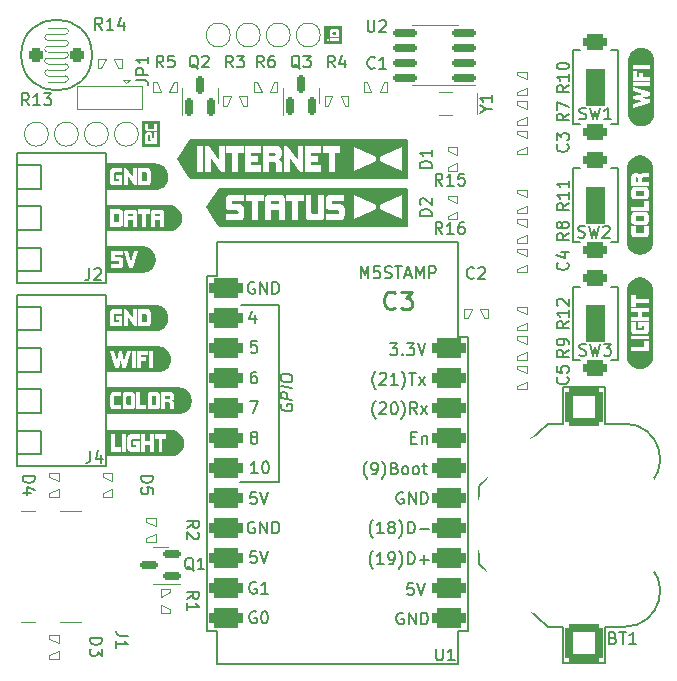
<source format=gto>
G04 #@! TF.GenerationSoftware,KiCad,Pcbnew,(6.0.10)*
G04 #@! TF.CreationDate,2023-10-08T01:52:56-06:00*
G04 #@! TF.ProjectId,ESP32C3_WordClock,45535033-3243-4335-9f57-6f7264436c6f,rev?*
G04 #@! TF.SameCoordinates,Original*
G04 #@! TF.FileFunction,Legend,Top*
G04 #@! TF.FilePolarity,Positive*
%FSLAX46Y46*%
G04 Gerber Fmt 4.6, Leading zero omitted, Abs format (unit mm)*
G04 Created by KiCad (PCBNEW (6.0.10)) date 2023-10-08 01:52:56*
%MOMM*%
%LPD*%
G01*
G04 APERTURE LIST*
G04 Aperture macros list*
%AMRoundRect*
0 Rectangle with rounded corners*
0 $1 Rounding radius*
0 $2 $3 $4 $5 $6 $7 $8 $9 X,Y pos of 4 corners*
0 Add a 4 corners polygon primitive as box body*
4,1,4,$2,$3,$4,$5,$6,$7,$8,$9,$2,$3,0*
0 Add four circle primitives for the rounded corners*
1,1,$1+$1,$2,$3*
1,1,$1+$1,$4,$5*
1,1,$1+$1,$6,$7*
1,1,$1+$1,$8,$9*
0 Add four rect primitives between the rounded corners*
20,1,$1+$1,$2,$3,$4,$5,0*
20,1,$1+$1,$4,$5,$6,$7,0*
20,1,$1+$1,$6,$7,$8,$9,0*
20,1,$1+$1,$8,$9,$2,$3,0*%
%AMOutline4P*
0 Free polygon, 4 corners , with rotation*
0 The origin of the aperture is its center*
0 number of corners: always 4*
0 $1 to $8 corner X, Y*
0 $9 Rotation angle, in degrees counterclockwise*
0 create outline with 4 corners*
4,1,4,$1,$2,$3,$4,$5,$6,$7,$8,$1,$2,$9*%
%AMFreePoly0*
4,1,6,1.000000,0.000000,0.500000,-0.750000,-0.500000,-0.750000,-0.500000,0.750000,0.500000,0.750000,1.000000,0.000000,1.000000,0.000000,$1*%
G04 Aperture macros list end*
%ADD10C,0.150000*%
%ADD11C,0.220000*%
%ADD12C,0.100000*%
%ADD13C,0.120000*%
%ADD14C,8.075000*%
%ADD15C,8.000000*%
%ADD16RoundRect,0.320000X-1.280000X1.280000X-1.280000X-1.280000X1.280000X-1.280000X1.280000X1.280000X0*%
%ADD17Outline4P,-0.900000X-1.000000X0.900000X-0.200000X0.900000X0.200000X-0.900000X1.000000X0.000000*%
%ADD18Outline4P,-0.900000X-0.200000X0.900000X-1.000000X0.900000X1.000000X-0.900000X0.200000X0.000000*%
%ADD19C,0.650000*%
%ADD20R,2.145000X0.600000*%
%ADD21R,2.145000X0.300000*%
%ADD22O,1.800000X1.000000*%
%ADD23O,2.100000X1.000000*%
%ADD24R,1.750000X1.800000*%
%ADD25RoundRect,0.150000X0.825000X0.150000X-0.825000X0.150000X-0.825000X-0.150000X0.825000X-0.150000X0*%
%ADD26RoundRect,0.412500X-0.987500X-0.412500X0.987500X-0.412500X0.987500X0.412500X-0.987500X0.412500X0*%
%ADD27RoundRect,0.425000X-0.975000X-0.425000X0.975000X-0.425000X0.975000X0.425000X-0.975000X0.425000X0*%
%ADD28RoundRect,0.350000X0.650000X-0.350000X0.650000X0.350000X-0.650000X0.350000X-0.650000X-0.350000X0*%
%ADD29Outline4P,-0.900000X-1.000000X0.900000X-0.200000X0.900000X0.200000X-0.900000X1.000000X180.000000*%
%ADD30Outline4P,-0.900000X-0.200000X0.900000X-1.000000X0.900000X1.000000X-0.900000X0.200000X180.000000*%
%ADD31Outline4P,-0.900000X-1.000000X0.900000X-0.200000X0.900000X0.200000X-0.900000X1.000000X270.000000*%
%ADD32Outline4P,-0.900000X-0.200000X0.900000X-1.000000X0.900000X1.000000X-0.900000X0.200000X270.000000*%
%ADD33RoundRect,0.300000X-0.300000X-0.300000X0.300000X-0.300000X0.300000X0.300000X-0.300000X0.300000X0*%
%ADD34Outline4P,-0.900000X-1.000000X0.900000X-0.200000X0.900000X0.200000X-0.900000X1.000000X90.000000*%
%ADD35Outline4P,-0.900000X-0.200000X0.900000X-1.000000X0.900000X1.000000X-0.900000X0.200000X90.000000*%
%ADD36RoundRect,0.150000X0.150000X-0.587500X0.150000X0.587500X-0.150000X0.587500X-0.150000X-0.587500X0*%
%ADD37RoundRect,0.150000X0.587500X0.150000X-0.587500X0.150000X-0.587500X-0.150000X0.587500X-0.150000X0*%
%ADD38FreePoly0,0.000000*%
%ADD39FreePoly0,180.000000*%
%ADD40R,1.500000X1.500000*%
%ADD41C,1.500000*%
%ADD42C,1.800000*%
G04 APERTURE END LIST*
D10*
X88000000Y-65500000D02*
X93100000Y-65500000D01*
X93100000Y-65500000D02*
X93100000Y-68700000D01*
X93100000Y-68700000D02*
X88000000Y-68700000D01*
X88000000Y-68700000D02*
X88000000Y-65500000D01*
G36*
X88000000Y-65500000D02*
G01*
X93100000Y-65500000D01*
X93100000Y-68700000D01*
X88000000Y-68700000D01*
X88000000Y-65500000D01*
G37*
X88000000Y-69600000D02*
X93100000Y-69600000D01*
X93100000Y-69600000D02*
X93100000Y-72800000D01*
X93100000Y-72800000D02*
X88000000Y-72800000D01*
X88000000Y-72800000D02*
X88000000Y-69600000D01*
G36*
X88000000Y-69600000D02*
G01*
X93100000Y-69600000D01*
X93100000Y-72800000D01*
X88000000Y-72800000D01*
X88000000Y-69600000D01*
G37*
X110514285Y-107628571D02*
X110657142Y-107676190D01*
X110704761Y-107723809D01*
X110752380Y-107819047D01*
X110752380Y-107961904D01*
X110704761Y-108057142D01*
X110657142Y-108104761D01*
X110561904Y-108152380D01*
X110180952Y-108152380D01*
X110180952Y-107152380D01*
X110514285Y-107152380D01*
X110609523Y-107200000D01*
X110657142Y-107247619D01*
X110704761Y-107342857D01*
X110704761Y-107438095D01*
X110657142Y-107533333D01*
X110609523Y-107580952D01*
X110514285Y-107628571D01*
X110180952Y-107628571D01*
X111038095Y-107152380D02*
X111609523Y-107152380D01*
X111323809Y-108152380D02*
X111323809Y-107152380D01*
X112466666Y-108152380D02*
X111895238Y-108152380D01*
X112180952Y-108152380D02*
X112180952Y-107152380D01*
X112085714Y-107295238D01*
X111990476Y-107390476D01*
X111895238Y-107438095D01*
X95152380Y-71938095D02*
X94152380Y-71938095D01*
X94152380Y-71700000D01*
X94200000Y-71557142D01*
X94295238Y-71461904D01*
X94390476Y-71414285D01*
X94580952Y-71366666D01*
X94723809Y-71366666D01*
X94914285Y-71414285D01*
X95009523Y-71461904D01*
X95104761Y-71557142D01*
X95152380Y-71700000D01*
X95152380Y-71938095D01*
X94247619Y-70985714D02*
X94200000Y-70938095D01*
X94152380Y-70842857D01*
X94152380Y-70604761D01*
X94200000Y-70509523D01*
X94247619Y-70461904D01*
X94342857Y-70414285D01*
X94438095Y-70414285D01*
X94580952Y-70461904D01*
X95152380Y-71033333D01*
X95152380Y-70414285D01*
X69447619Y-107466666D02*
X68733333Y-107466666D01*
X68590476Y-107419047D01*
X68495238Y-107323809D01*
X68447619Y-107180952D01*
X68447619Y-107085714D01*
X68447619Y-108466666D02*
X68447619Y-107895238D01*
X68447619Y-108180952D02*
X69447619Y-108180952D01*
X69304761Y-108085714D01*
X69209523Y-107990476D01*
X69161904Y-107895238D01*
X99776190Y-62876190D02*
X100252380Y-62876190D01*
X99252380Y-63209523D02*
X99776190Y-62876190D01*
X99252380Y-62542857D01*
X100252380Y-61685714D02*
X100252380Y-62257142D01*
X100252380Y-61971428D02*
X99252380Y-61971428D01*
X99395238Y-62066666D01*
X99490476Y-62161904D01*
X99538095Y-62257142D01*
X89738095Y-55352380D02*
X89738095Y-56161904D01*
X89785714Y-56257142D01*
X89833333Y-56304761D01*
X89928571Y-56352380D01*
X90119047Y-56352380D01*
X90214285Y-56304761D01*
X90261904Y-56257142D01*
X90309523Y-56161904D01*
X90309523Y-55352380D01*
X90738095Y-55447619D02*
X90785714Y-55400000D01*
X90880952Y-55352380D01*
X91119047Y-55352380D01*
X91214285Y-55400000D01*
X91261904Y-55447619D01*
X91309523Y-55542857D01*
X91309523Y-55638095D01*
X91261904Y-55780952D01*
X90690476Y-56352380D01*
X91309523Y-56352380D01*
X95538095Y-108552380D02*
X95538095Y-109361904D01*
X95585714Y-109457142D01*
X95633333Y-109504761D01*
X95728571Y-109552380D01*
X95919047Y-109552380D01*
X96014285Y-109504761D01*
X96061904Y-109457142D01*
X96109523Y-109361904D01*
X96109523Y-108552380D01*
X97109523Y-109552380D02*
X96538095Y-109552380D01*
X96823809Y-109552380D02*
X96823809Y-108552380D01*
X96728571Y-108695238D01*
X96633333Y-108790476D01*
X96538095Y-108838095D01*
D11*
X92057500Y-79685714D02*
X91986071Y-79757142D01*
X91771785Y-79828571D01*
X91628928Y-79828571D01*
X91414642Y-79757142D01*
X91271785Y-79614285D01*
X91200357Y-79471428D01*
X91128928Y-79185714D01*
X91128928Y-78971428D01*
X91200357Y-78685714D01*
X91271785Y-78542857D01*
X91414642Y-78400000D01*
X91628928Y-78328571D01*
X91771785Y-78328571D01*
X91986071Y-78400000D01*
X92057500Y-78471428D01*
X92557500Y-78328571D02*
X93486071Y-78328571D01*
X92986071Y-78900000D01*
X93200357Y-78900000D01*
X93343214Y-78971428D01*
X93414642Y-79042857D01*
X93486071Y-79185714D01*
X93486071Y-79542857D01*
X93414642Y-79685714D01*
X93343214Y-79757142D01*
X93200357Y-79828571D01*
X92771785Y-79828571D01*
X92628928Y-79757142D01*
X92557500Y-79685714D01*
D10*
X90193214Y-99183333D02*
X90145595Y-99135714D01*
X90050357Y-98992857D01*
X90002738Y-98897619D01*
X89955119Y-98754761D01*
X89907500Y-98516666D01*
X89907500Y-98326190D01*
X89955119Y-98088095D01*
X90002738Y-97945238D01*
X90050357Y-97850000D01*
X90145595Y-97707142D01*
X90193214Y-97659523D01*
X91097976Y-98802380D02*
X90526547Y-98802380D01*
X90812261Y-98802380D02*
X90812261Y-97802380D01*
X90717023Y-97945238D01*
X90621785Y-98040476D01*
X90526547Y-98088095D01*
X91669404Y-98230952D02*
X91574166Y-98183333D01*
X91526547Y-98135714D01*
X91478928Y-98040476D01*
X91478928Y-97992857D01*
X91526547Y-97897619D01*
X91574166Y-97850000D01*
X91669404Y-97802380D01*
X91859880Y-97802380D01*
X91955119Y-97850000D01*
X92002738Y-97897619D01*
X92050357Y-97992857D01*
X92050357Y-98040476D01*
X92002738Y-98135714D01*
X91955119Y-98183333D01*
X91859880Y-98230952D01*
X91669404Y-98230952D01*
X91574166Y-98278571D01*
X91526547Y-98326190D01*
X91478928Y-98421428D01*
X91478928Y-98611904D01*
X91526547Y-98707142D01*
X91574166Y-98754761D01*
X91669404Y-98802380D01*
X91859880Y-98802380D01*
X91955119Y-98754761D01*
X92002738Y-98707142D01*
X92050357Y-98611904D01*
X92050357Y-98421428D01*
X92002738Y-98326190D01*
X91955119Y-98278571D01*
X91859880Y-98230952D01*
X92383690Y-99183333D02*
X92431309Y-99135714D01*
X92526547Y-98992857D01*
X92574166Y-98897619D01*
X92621785Y-98754761D01*
X92669404Y-98516666D01*
X92669404Y-98326190D01*
X92621785Y-98088095D01*
X92574166Y-97945238D01*
X92526547Y-97850000D01*
X92431309Y-97707142D01*
X92383690Y-97659523D01*
X93145595Y-98802380D02*
X93145595Y-97802380D01*
X93383690Y-97802380D01*
X93526547Y-97850000D01*
X93621785Y-97945238D01*
X93669404Y-98040476D01*
X93717023Y-98230952D01*
X93717023Y-98373809D01*
X93669404Y-98564285D01*
X93621785Y-98659523D01*
X93526547Y-98754761D01*
X93383690Y-98802380D01*
X93145595Y-98802380D01*
X94145595Y-98421428D02*
X94907500Y-98421428D01*
X82407500Y-87825625D02*
X82359880Y-87914910D01*
X82359880Y-88057767D01*
X82407500Y-88206577D01*
X82502738Y-88313720D01*
X82597976Y-88373244D01*
X82788452Y-88444672D01*
X82931309Y-88462529D01*
X83121785Y-88438720D01*
X83217023Y-88403005D01*
X83312261Y-88319672D01*
X83359880Y-88182767D01*
X83359880Y-88087529D01*
X83312261Y-87938720D01*
X83264642Y-87885148D01*
X82931309Y-87843482D01*
X82931309Y-88033958D01*
X83359880Y-87468482D02*
X82359880Y-87343482D01*
X82359880Y-86962529D01*
X82407500Y-86873244D01*
X82455119Y-86831577D01*
X82550357Y-86795863D01*
X82693214Y-86813720D01*
X82788452Y-86873244D01*
X82836071Y-86926815D01*
X82883690Y-87028005D01*
X82883690Y-87408958D01*
X83359880Y-86468482D02*
X82359880Y-86343482D01*
X82359880Y-85676815D02*
X82359880Y-85486339D01*
X82407500Y-85397053D01*
X82502738Y-85313720D01*
X82693214Y-85289910D01*
X83026547Y-85331577D01*
X83217023Y-85403005D01*
X83312261Y-85510148D01*
X83359880Y-85611339D01*
X83359880Y-85801815D01*
X83312261Y-85891101D01*
X83217023Y-85974434D01*
X83026547Y-85998244D01*
X82693214Y-85956577D01*
X82502738Y-85885148D01*
X82407500Y-85778005D01*
X82359880Y-85676815D01*
X89140833Y-77202380D02*
X89140833Y-76202380D01*
X89474166Y-76916666D01*
X89807500Y-76202380D01*
X89807500Y-77202380D01*
X90759880Y-76202380D02*
X90283690Y-76202380D01*
X90236071Y-76678571D01*
X90283690Y-76630952D01*
X90378928Y-76583333D01*
X90617023Y-76583333D01*
X90712261Y-76630952D01*
X90759880Y-76678571D01*
X90807500Y-76773809D01*
X90807500Y-77011904D01*
X90759880Y-77107142D01*
X90712261Y-77154761D01*
X90617023Y-77202380D01*
X90378928Y-77202380D01*
X90283690Y-77154761D01*
X90236071Y-77107142D01*
X91188452Y-77154761D02*
X91331309Y-77202380D01*
X91569404Y-77202380D01*
X91664642Y-77154761D01*
X91712261Y-77107142D01*
X91759880Y-77011904D01*
X91759880Y-76916666D01*
X91712261Y-76821428D01*
X91664642Y-76773809D01*
X91569404Y-76726190D01*
X91378928Y-76678571D01*
X91283690Y-76630952D01*
X91236071Y-76583333D01*
X91188452Y-76488095D01*
X91188452Y-76392857D01*
X91236071Y-76297619D01*
X91283690Y-76250000D01*
X91378928Y-76202380D01*
X91617023Y-76202380D01*
X91759880Y-76250000D01*
X92045595Y-76202380D02*
X92617023Y-76202380D01*
X92331309Y-77202380D02*
X92331309Y-76202380D01*
X92902738Y-76916666D02*
X93378928Y-76916666D01*
X92807500Y-77202380D02*
X93140833Y-76202380D01*
X93474166Y-77202380D01*
X93807500Y-77202380D02*
X93807500Y-76202380D01*
X94140833Y-76916666D01*
X94474166Y-76202380D01*
X94474166Y-77202380D01*
X94950357Y-77202380D02*
X94950357Y-76202380D01*
X95331309Y-76202380D01*
X95426547Y-76250000D01*
X95474166Y-76297619D01*
X95521785Y-76392857D01*
X95521785Y-76535714D01*
X95474166Y-76630952D01*
X95426547Y-76678571D01*
X95331309Y-76726190D01*
X94950357Y-76726190D01*
X80012261Y-90630952D02*
X79917023Y-90583333D01*
X79869404Y-90535714D01*
X79821785Y-90440476D01*
X79821785Y-90392857D01*
X79869404Y-90297619D01*
X79917023Y-90250000D01*
X80012261Y-90202380D01*
X80202738Y-90202380D01*
X80297976Y-90250000D01*
X80345595Y-90297619D01*
X80393214Y-90392857D01*
X80393214Y-90440476D01*
X80345595Y-90535714D01*
X80297976Y-90583333D01*
X80202738Y-90630952D01*
X80012261Y-90630952D01*
X79917023Y-90678571D01*
X79869404Y-90726190D01*
X79821785Y-90821428D01*
X79821785Y-91011904D01*
X79869404Y-91107142D01*
X79917023Y-91154761D01*
X80012261Y-91202380D01*
X80202738Y-91202380D01*
X80297976Y-91154761D01*
X80345595Y-91107142D01*
X80393214Y-91011904D01*
X80393214Y-90821428D01*
X80345595Y-90726190D01*
X80297976Y-90678571D01*
X80202738Y-90630952D01*
X90407500Y-89083333D02*
X90359880Y-89035714D01*
X90264642Y-88892857D01*
X90217023Y-88797619D01*
X90169404Y-88654761D01*
X90121785Y-88416666D01*
X90121785Y-88226190D01*
X90169404Y-87988095D01*
X90217023Y-87845238D01*
X90264642Y-87750000D01*
X90359880Y-87607142D01*
X90407500Y-87559523D01*
X90740833Y-87797619D02*
X90788452Y-87750000D01*
X90883690Y-87702380D01*
X91121785Y-87702380D01*
X91217023Y-87750000D01*
X91264642Y-87797619D01*
X91312261Y-87892857D01*
X91312261Y-87988095D01*
X91264642Y-88130952D01*
X90693214Y-88702380D01*
X91312261Y-88702380D01*
X91931309Y-87702380D02*
X92026547Y-87702380D01*
X92121785Y-87750000D01*
X92169404Y-87797619D01*
X92217023Y-87892857D01*
X92264642Y-88083333D01*
X92264642Y-88321428D01*
X92217023Y-88511904D01*
X92169404Y-88607142D01*
X92121785Y-88654761D01*
X92026547Y-88702380D01*
X91931309Y-88702380D01*
X91836071Y-88654761D01*
X91788452Y-88607142D01*
X91740833Y-88511904D01*
X91693214Y-88321428D01*
X91693214Y-88083333D01*
X91740833Y-87892857D01*
X91788452Y-87797619D01*
X91836071Y-87750000D01*
X91931309Y-87702380D01*
X92597976Y-89083333D02*
X92645595Y-89035714D01*
X92740833Y-88892857D01*
X92788452Y-88797619D01*
X92836071Y-88654761D01*
X92883690Y-88416666D01*
X92883690Y-88226190D01*
X92836071Y-87988095D01*
X92788452Y-87845238D01*
X92740833Y-87750000D01*
X92645595Y-87607142D01*
X92597976Y-87559523D01*
X93931309Y-88702380D02*
X93597976Y-88226190D01*
X93359880Y-88702380D02*
X93359880Y-87702380D01*
X93740833Y-87702380D01*
X93836071Y-87750000D01*
X93883690Y-87797619D01*
X93931309Y-87892857D01*
X93931309Y-88035714D01*
X93883690Y-88130952D01*
X93836071Y-88178571D01*
X93740833Y-88226190D01*
X93359880Y-88226190D01*
X94264642Y-88702380D02*
X94788452Y-88035714D01*
X94264642Y-88035714D02*
X94788452Y-88702380D01*
X80293214Y-102950000D02*
X80197976Y-102902380D01*
X80055119Y-102902380D01*
X79912261Y-102950000D01*
X79817023Y-103045238D01*
X79769404Y-103140476D01*
X79721785Y-103330952D01*
X79721785Y-103473809D01*
X79769404Y-103664285D01*
X79817023Y-103759523D01*
X79912261Y-103854761D01*
X80055119Y-103902380D01*
X80150357Y-103902380D01*
X80293214Y-103854761D01*
X80340833Y-103807142D01*
X80340833Y-103473809D01*
X80150357Y-103473809D01*
X81293214Y-103902380D02*
X80721785Y-103902380D01*
X81007500Y-103902380D02*
X81007500Y-102902380D01*
X80912261Y-103045238D01*
X80817023Y-103140476D01*
X80721785Y-103188095D01*
X80345595Y-82502380D02*
X79869404Y-82502380D01*
X79821785Y-82978571D01*
X79869404Y-82930952D01*
X79964642Y-82883333D01*
X80202738Y-82883333D01*
X80297976Y-82930952D01*
X80345595Y-82978571D01*
X80393214Y-83073809D01*
X80393214Y-83311904D01*
X80345595Y-83407142D01*
X80297976Y-83454761D01*
X80202738Y-83502380D01*
X79964642Y-83502380D01*
X79869404Y-83454761D01*
X79821785Y-83407142D01*
X80145595Y-97850000D02*
X80050357Y-97802380D01*
X79907500Y-97802380D01*
X79764642Y-97850000D01*
X79669404Y-97945238D01*
X79621785Y-98040476D01*
X79574166Y-98230952D01*
X79574166Y-98373809D01*
X79621785Y-98564285D01*
X79669404Y-98659523D01*
X79764642Y-98754761D01*
X79907500Y-98802380D01*
X80002738Y-98802380D01*
X80145595Y-98754761D01*
X80193214Y-98707142D01*
X80193214Y-98373809D01*
X80002738Y-98373809D01*
X80621785Y-98802380D02*
X80621785Y-97802380D01*
X81193214Y-98802380D01*
X81193214Y-97802380D01*
X81669404Y-98802380D02*
X81669404Y-97802380D01*
X81907500Y-97802380D01*
X82050357Y-97850000D01*
X82145595Y-97945238D01*
X82193214Y-98040476D01*
X82240833Y-98230952D01*
X82240833Y-98373809D01*
X82193214Y-98564285D01*
X82145595Y-98659523D01*
X82050357Y-98754761D01*
X81907500Y-98802380D01*
X81669404Y-98802380D01*
X89697976Y-94183333D02*
X89650357Y-94135714D01*
X89555119Y-93992857D01*
X89507500Y-93897619D01*
X89459880Y-93754761D01*
X89412261Y-93516666D01*
X89412261Y-93326190D01*
X89459880Y-93088095D01*
X89507500Y-92945238D01*
X89555119Y-92850000D01*
X89650357Y-92707142D01*
X89697976Y-92659523D01*
X90126547Y-93802380D02*
X90317023Y-93802380D01*
X90412261Y-93754761D01*
X90459880Y-93707142D01*
X90555119Y-93564285D01*
X90602738Y-93373809D01*
X90602738Y-92992857D01*
X90555119Y-92897619D01*
X90507500Y-92850000D01*
X90412261Y-92802380D01*
X90221785Y-92802380D01*
X90126547Y-92850000D01*
X90078928Y-92897619D01*
X90031309Y-92992857D01*
X90031309Y-93230952D01*
X90078928Y-93326190D01*
X90126547Y-93373809D01*
X90221785Y-93421428D01*
X90412261Y-93421428D01*
X90507500Y-93373809D01*
X90555119Y-93326190D01*
X90602738Y-93230952D01*
X90936071Y-94183333D02*
X90983690Y-94135714D01*
X91078928Y-93992857D01*
X91126547Y-93897619D01*
X91174166Y-93754761D01*
X91221785Y-93516666D01*
X91221785Y-93326190D01*
X91174166Y-93088095D01*
X91126547Y-92945238D01*
X91078928Y-92850000D01*
X90983690Y-92707142D01*
X90936071Y-92659523D01*
X92031309Y-93278571D02*
X92174166Y-93326190D01*
X92221785Y-93373809D01*
X92269404Y-93469047D01*
X92269404Y-93611904D01*
X92221785Y-93707142D01*
X92174166Y-93754761D01*
X92078928Y-93802380D01*
X91697976Y-93802380D01*
X91697976Y-92802380D01*
X92031309Y-92802380D01*
X92126547Y-92850000D01*
X92174166Y-92897619D01*
X92221785Y-92992857D01*
X92221785Y-93088095D01*
X92174166Y-93183333D01*
X92126547Y-93230952D01*
X92031309Y-93278571D01*
X91697976Y-93278571D01*
X92840833Y-93802380D02*
X92745595Y-93754761D01*
X92697976Y-93707142D01*
X92650357Y-93611904D01*
X92650357Y-93326190D01*
X92697976Y-93230952D01*
X92745595Y-93183333D01*
X92840833Y-93135714D01*
X92983690Y-93135714D01*
X93078928Y-93183333D01*
X93126547Y-93230952D01*
X93174166Y-93326190D01*
X93174166Y-93611904D01*
X93126547Y-93707142D01*
X93078928Y-93754761D01*
X92983690Y-93802380D01*
X92840833Y-93802380D01*
X93745595Y-93802380D02*
X93650357Y-93754761D01*
X93602738Y-93707142D01*
X93555119Y-93611904D01*
X93555119Y-93326190D01*
X93602738Y-93230952D01*
X93650357Y-93183333D01*
X93745595Y-93135714D01*
X93888452Y-93135714D01*
X93983690Y-93183333D01*
X94031309Y-93230952D01*
X94078928Y-93326190D01*
X94078928Y-93611904D01*
X94031309Y-93707142D01*
X93983690Y-93754761D01*
X93888452Y-93802380D01*
X93745595Y-93802380D01*
X94364642Y-93135714D02*
X94745595Y-93135714D01*
X94507500Y-92802380D02*
X94507500Y-93659523D01*
X94555119Y-93754761D01*
X94650357Y-93802380D01*
X94745595Y-93802380D01*
X80145595Y-77550000D02*
X80050357Y-77502380D01*
X79907500Y-77502380D01*
X79764642Y-77550000D01*
X79669404Y-77645238D01*
X79621785Y-77740476D01*
X79574166Y-77930952D01*
X79574166Y-78073809D01*
X79621785Y-78264285D01*
X79669404Y-78359523D01*
X79764642Y-78454761D01*
X79907500Y-78502380D01*
X80002738Y-78502380D01*
X80145595Y-78454761D01*
X80193214Y-78407142D01*
X80193214Y-78073809D01*
X80002738Y-78073809D01*
X80621785Y-78502380D02*
X80621785Y-77502380D01*
X81193214Y-78502380D01*
X81193214Y-77502380D01*
X81669404Y-78502380D02*
X81669404Y-77502380D01*
X81907500Y-77502380D01*
X82050357Y-77550000D01*
X82145595Y-77645238D01*
X82193214Y-77740476D01*
X82240833Y-77930952D01*
X82240833Y-78073809D01*
X82193214Y-78264285D01*
X82145595Y-78359523D01*
X82050357Y-78454761D01*
X81907500Y-78502380D01*
X81669404Y-78502380D01*
X92745595Y-95350000D02*
X92650357Y-95302380D01*
X92507500Y-95302380D01*
X92364642Y-95350000D01*
X92269404Y-95445238D01*
X92221785Y-95540476D01*
X92174166Y-95730952D01*
X92174166Y-95873809D01*
X92221785Y-96064285D01*
X92269404Y-96159523D01*
X92364642Y-96254761D01*
X92507500Y-96302380D01*
X92602738Y-96302380D01*
X92745595Y-96254761D01*
X92793214Y-96207142D01*
X92793214Y-95873809D01*
X92602738Y-95873809D01*
X93221785Y-96302380D02*
X93221785Y-95302380D01*
X93793214Y-96302380D01*
X93793214Y-95302380D01*
X94269404Y-96302380D02*
X94269404Y-95302380D01*
X94507500Y-95302380D01*
X94650357Y-95350000D01*
X94745595Y-95445238D01*
X94793214Y-95540476D01*
X94840833Y-95730952D01*
X94840833Y-95873809D01*
X94793214Y-96064285D01*
X94745595Y-96159523D01*
X94650357Y-96254761D01*
X94507500Y-96302380D01*
X94269404Y-96302380D01*
X90426547Y-86583333D02*
X90378928Y-86535714D01*
X90283690Y-86392857D01*
X90236071Y-86297619D01*
X90188452Y-86154761D01*
X90140833Y-85916666D01*
X90140833Y-85726190D01*
X90188452Y-85488095D01*
X90236071Y-85345238D01*
X90283690Y-85250000D01*
X90378928Y-85107142D01*
X90426547Y-85059523D01*
X90759880Y-85297619D02*
X90807500Y-85250000D01*
X90902738Y-85202380D01*
X91140833Y-85202380D01*
X91236071Y-85250000D01*
X91283690Y-85297619D01*
X91331309Y-85392857D01*
X91331309Y-85488095D01*
X91283690Y-85630952D01*
X90712261Y-86202380D01*
X91331309Y-86202380D01*
X92283690Y-86202380D02*
X91712261Y-86202380D01*
X91997976Y-86202380D02*
X91997976Y-85202380D01*
X91902738Y-85345238D01*
X91807500Y-85440476D01*
X91712261Y-85488095D01*
X92617023Y-86583333D02*
X92664642Y-86535714D01*
X92759880Y-86392857D01*
X92807500Y-86297619D01*
X92855119Y-86154761D01*
X92902738Y-85916666D01*
X92902738Y-85726190D01*
X92855119Y-85488095D01*
X92807500Y-85345238D01*
X92759880Y-85250000D01*
X92664642Y-85107142D01*
X92617023Y-85059523D01*
X93236071Y-85202380D02*
X93807500Y-85202380D01*
X93521785Y-86202380D02*
X93521785Y-85202380D01*
X94045595Y-86202380D02*
X94569404Y-85535714D01*
X94045595Y-85535714D02*
X94569404Y-86202380D01*
X92745595Y-105550000D02*
X92650357Y-105502380D01*
X92507500Y-105502380D01*
X92364642Y-105550000D01*
X92269404Y-105645238D01*
X92221785Y-105740476D01*
X92174166Y-105930952D01*
X92174166Y-106073809D01*
X92221785Y-106264285D01*
X92269404Y-106359523D01*
X92364642Y-106454761D01*
X92507500Y-106502380D01*
X92602738Y-106502380D01*
X92745595Y-106454761D01*
X92793214Y-106407142D01*
X92793214Y-106073809D01*
X92602738Y-106073809D01*
X93221785Y-106502380D02*
X93221785Y-105502380D01*
X93793214Y-106502380D01*
X93793214Y-105502380D01*
X94269404Y-106502380D02*
X94269404Y-105502380D01*
X94507500Y-105502380D01*
X94650357Y-105550000D01*
X94745595Y-105645238D01*
X94793214Y-105740476D01*
X94840833Y-105930952D01*
X94840833Y-106073809D01*
X94793214Y-106264285D01*
X94745595Y-106359523D01*
X94650357Y-106454761D01*
X94507500Y-106502380D01*
X94269404Y-106502380D01*
X79774166Y-87602380D02*
X80440833Y-87602380D01*
X80012261Y-88602380D01*
X80317023Y-100302380D02*
X79840833Y-100302380D01*
X79793214Y-100778571D01*
X79840833Y-100730952D01*
X79936071Y-100683333D01*
X80174166Y-100683333D01*
X80269404Y-100730952D01*
X80317023Y-100778571D01*
X80364642Y-100873809D01*
X80364642Y-101111904D01*
X80317023Y-101207142D01*
X80269404Y-101254761D01*
X80174166Y-101302380D01*
X79936071Y-101302380D01*
X79840833Y-101254761D01*
X79793214Y-101207142D01*
X80650357Y-100302380D02*
X80983690Y-101302380D01*
X81317023Y-100302380D01*
X80417023Y-93702380D02*
X79845595Y-93702380D01*
X80131309Y-93702380D02*
X80131309Y-92702380D01*
X80036071Y-92845238D01*
X79940833Y-92940476D01*
X79845595Y-92988095D01*
X81036071Y-92702380D02*
X81131309Y-92702380D01*
X81226547Y-92750000D01*
X81274166Y-92797619D01*
X81321785Y-92892857D01*
X81369404Y-93083333D01*
X81369404Y-93321428D01*
X81321785Y-93511904D01*
X81274166Y-93607142D01*
X81226547Y-93654761D01*
X81131309Y-93702380D01*
X81036071Y-93702380D01*
X80940833Y-93654761D01*
X80893214Y-93607142D01*
X80845595Y-93511904D01*
X80797976Y-93321428D01*
X80797976Y-93083333D01*
X80845595Y-92892857D01*
X80893214Y-92797619D01*
X80940833Y-92750000D01*
X81036071Y-92702380D01*
X91631309Y-82702380D02*
X92250357Y-82702380D01*
X91917023Y-83083333D01*
X92059880Y-83083333D01*
X92155119Y-83130952D01*
X92202738Y-83178571D01*
X92250357Y-83273809D01*
X92250357Y-83511904D01*
X92202738Y-83607142D01*
X92155119Y-83654761D01*
X92059880Y-83702380D01*
X91774166Y-83702380D01*
X91678928Y-83654761D01*
X91631309Y-83607142D01*
X92678928Y-83607142D02*
X92726547Y-83654761D01*
X92678928Y-83702380D01*
X92631309Y-83654761D01*
X92678928Y-83607142D01*
X92678928Y-83702380D01*
X93059880Y-82702380D02*
X93678928Y-82702380D01*
X93345595Y-83083333D01*
X93488452Y-83083333D01*
X93583690Y-83130952D01*
X93631309Y-83178571D01*
X93678928Y-83273809D01*
X93678928Y-83511904D01*
X93631309Y-83607142D01*
X93583690Y-83654761D01*
X93488452Y-83702380D01*
X93202738Y-83702380D01*
X93107500Y-83654761D01*
X93059880Y-83607142D01*
X93964642Y-82702380D02*
X94297976Y-83702380D01*
X94631309Y-82702380D01*
X90193214Y-101783333D02*
X90145595Y-101735714D01*
X90050357Y-101592857D01*
X90002738Y-101497619D01*
X89955119Y-101354761D01*
X89907500Y-101116666D01*
X89907500Y-100926190D01*
X89955119Y-100688095D01*
X90002738Y-100545238D01*
X90050357Y-100450000D01*
X90145595Y-100307142D01*
X90193214Y-100259523D01*
X91097976Y-101402380D02*
X90526547Y-101402380D01*
X90812261Y-101402380D02*
X90812261Y-100402380D01*
X90717023Y-100545238D01*
X90621785Y-100640476D01*
X90526547Y-100688095D01*
X91574166Y-101402380D02*
X91764642Y-101402380D01*
X91859880Y-101354761D01*
X91907500Y-101307142D01*
X92002738Y-101164285D01*
X92050357Y-100973809D01*
X92050357Y-100592857D01*
X92002738Y-100497619D01*
X91955119Y-100450000D01*
X91859880Y-100402380D01*
X91669404Y-100402380D01*
X91574166Y-100450000D01*
X91526547Y-100497619D01*
X91478928Y-100592857D01*
X91478928Y-100830952D01*
X91526547Y-100926190D01*
X91574166Y-100973809D01*
X91669404Y-101021428D01*
X91859880Y-101021428D01*
X91955119Y-100973809D01*
X92002738Y-100926190D01*
X92050357Y-100830952D01*
X92383690Y-101783333D02*
X92431309Y-101735714D01*
X92526547Y-101592857D01*
X92574166Y-101497619D01*
X92621785Y-101354761D01*
X92669404Y-101116666D01*
X92669404Y-100926190D01*
X92621785Y-100688095D01*
X92574166Y-100545238D01*
X92526547Y-100450000D01*
X92431309Y-100307142D01*
X92383690Y-100259523D01*
X93145595Y-101402380D02*
X93145595Y-100402380D01*
X93383690Y-100402380D01*
X93526547Y-100450000D01*
X93621785Y-100545238D01*
X93669404Y-100640476D01*
X93717023Y-100830952D01*
X93717023Y-100973809D01*
X93669404Y-101164285D01*
X93621785Y-101259523D01*
X93526547Y-101354761D01*
X93383690Y-101402380D01*
X93145595Y-101402380D01*
X94145595Y-101021428D02*
X94907500Y-101021428D01*
X94526547Y-101402380D02*
X94526547Y-100640476D01*
X80297976Y-85102380D02*
X80107500Y-85102380D01*
X80012261Y-85150000D01*
X79964642Y-85197619D01*
X79869404Y-85340476D01*
X79821785Y-85530952D01*
X79821785Y-85911904D01*
X79869404Y-86007142D01*
X79917023Y-86054761D01*
X80012261Y-86102380D01*
X80202738Y-86102380D01*
X80297976Y-86054761D01*
X80345595Y-86007142D01*
X80393214Y-85911904D01*
X80393214Y-85673809D01*
X80345595Y-85578571D01*
X80297976Y-85530952D01*
X80202738Y-85483333D01*
X80012261Y-85483333D01*
X79917023Y-85530952D01*
X79869404Y-85578571D01*
X79821785Y-85673809D01*
X80317023Y-95302380D02*
X79840833Y-95302380D01*
X79793214Y-95778571D01*
X79840833Y-95730952D01*
X79936071Y-95683333D01*
X80174166Y-95683333D01*
X80269404Y-95730952D01*
X80317023Y-95778571D01*
X80364642Y-95873809D01*
X80364642Y-96111904D01*
X80317023Y-96207142D01*
X80269404Y-96254761D01*
X80174166Y-96302380D01*
X79936071Y-96302380D01*
X79840833Y-96254761D01*
X79793214Y-96207142D01*
X80650357Y-95302380D02*
X80983690Y-96302380D01*
X81317023Y-95302380D01*
X93440833Y-90678571D02*
X93774166Y-90678571D01*
X93917023Y-91202380D02*
X93440833Y-91202380D01*
X93440833Y-90202380D01*
X93917023Y-90202380D01*
X94345595Y-90535714D02*
X94345595Y-91202380D01*
X94345595Y-90630952D02*
X94393214Y-90583333D01*
X94488452Y-90535714D01*
X94631309Y-90535714D01*
X94726547Y-90583333D01*
X94774166Y-90678571D01*
X94774166Y-91202380D01*
X80197976Y-80335714D02*
X80197976Y-81002380D01*
X79959880Y-79954761D02*
X79721785Y-80669047D01*
X80340833Y-80669047D01*
X93617023Y-103002380D02*
X93140833Y-103002380D01*
X93093214Y-103478571D01*
X93140833Y-103430952D01*
X93236071Y-103383333D01*
X93474166Y-103383333D01*
X93569404Y-103430952D01*
X93617023Y-103478571D01*
X93664642Y-103573809D01*
X93664642Y-103811904D01*
X93617023Y-103907142D01*
X93569404Y-103954761D01*
X93474166Y-104002380D01*
X93236071Y-104002380D01*
X93140833Y-103954761D01*
X93093214Y-103907142D01*
X93950357Y-103002380D02*
X94283690Y-104002380D01*
X94617023Y-103002380D01*
X80293214Y-105450000D02*
X80197976Y-105402380D01*
X80055119Y-105402380D01*
X79912261Y-105450000D01*
X79817023Y-105545238D01*
X79769404Y-105640476D01*
X79721785Y-105830952D01*
X79721785Y-105973809D01*
X79769404Y-106164285D01*
X79817023Y-106259523D01*
X79912261Y-106354761D01*
X80055119Y-106402380D01*
X80150357Y-106402380D01*
X80293214Y-106354761D01*
X80340833Y-106307142D01*
X80340833Y-105973809D01*
X80150357Y-105973809D01*
X80959880Y-105402380D02*
X81055119Y-105402380D01*
X81150357Y-105450000D01*
X81197976Y-105497619D01*
X81245595Y-105592857D01*
X81293214Y-105783333D01*
X81293214Y-106021428D01*
X81245595Y-106211904D01*
X81197976Y-106307142D01*
X81150357Y-106354761D01*
X81055119Y-106402380D01*
X80959880Y-106402380D01*
X80864642Y-106354761D01*
X80817023Y-106307142D01*
X80769404Y-106211904D01*
X80721785Y-106021428D01*
X80721785Y-105783333D01*
X80769404Y-105592857D01*
X80817023Y-105497619D01*
X80864642Y-105450000D01*
X80959880Y-105402380D01*
X107666666Y-83704761D02*
X107809523Y-83752380D01*
X108047619Y-83752380D01*
X108142857Y-83704761D01*
X108190476Y-83657142D01*
X108238095Y-83561904D01*
X108238095Y-83466666D01*
X108190476Y-83371428D01*
X108142857Y-83323809D01*
X108047619Y-83276190D01*
X107857142Y-83228571D01*
X107761904Y-83180952D01*
X107714285Y-83133333D01*
X107666666Y-83038095D01*
X107666666Y-82942857D01*
X107714285Y-82847619D01*
X107761904Y-82800000D01*
X107857142Y-82752380D01*
X108095238Y-82752380D01*
X108238095Y-82800000D01*
X108571428Y-82752380D02*
X108809523Y-83752380D01*
X109000000Y-83038095D01*
X109190476Y-83752380D01*
X109428571Y-82752380D01*
X109714285Y-82752380D02*
X110333333Y-82752380D01*
X110000000Y-83133333D01*
X110142857Y-83133333D01*
X110238095Y-83180952D01*
X110285714Y-83228571D01*
X110333333Y-83323809D01*
X110333333Y-83561904D01*
X110285714Y-83657142D01*
X110238095Y-83704761D01*
X110142857Y-83752380D01*
X109857142Y-83752380D01*
X109761904Y-83704761D01*
X109714285Y-83657142D01*
X107566666Y-73704761D02*
X107709523Y-73752380D01*
X107947619Y-73752380D01*
X108042857Y-73704761D01*
X108090476Y-73657142D01*
X108138095Y-73561904D01*
X108138095Y-73466666D01*
X108090476Y-73371428D01*
X108042857Y-73323809D01*
X107947619Y-73276190D01*
X107757142Y-73228571D01*
X107661904Y-73180952D01*
X107614285Y-73133333D01*
X107566666Y-73038095D01*
X107566666Y-72942857D01*
X107614285Y-72847619D01*
X107661904Y-72800000D01*
X107757142Y-72752380D01*
X107995238Y-72752380D01*
X108138095Y-72800000D01*
X108471428Y-72752380D02*
X108709523Y-73752380D01*
X108900000Y-73038095D01*
X109090476Y-73752380D01*
X109328571Y-72752380D01*
X109661904Y-72847619D02*
X109709523Y-72800000D01*
X109804761Y-72752380D01*
X110042857Y-72752380D01*
X110138095Y-72800000D01*
X110185714Y-72847619D01*
X110233333Y-72942857D01*
X110233333Y-73038095D01*
X110185714Y-73180952D01*
X109614285Y-73752380D01*
X110233333Y-73752380D01*
X107666666Y-63704761D02*
X107809523Y-63752380D01*
X108047619Y-63752380D01*
X108142857Y-63704761D01*
X108190476Y-63657142D01*
X108238095Y-63561904D01*
X108238095Y-63466666D01*
X108190476Y-63371428D01*
X108142857Y-63323809D01*
X108047619Y-63276190D01*
X107857142Y-63228571D01*
X107761904Y-63180952D01*
X107714285Y-63133333D01*
X107666666Y-63038095D01*
X107666666Y-62942857D01*
X107714285Y-62847619D01*
X107761904Y-62800000D01*
X107857142Y-62752380D01*
X108095238Y-62752380D01*
X108238095Y-62800000D01*
X108571428Y-62752380D02*
X108809523Y-63752380D01*
X109000000Y-63038095D01*
X109190476Y-63752380D01*
X109428571Y-62752380D01*
X110333333Y-63752380D02*
X109761904Y-63752380D01*
X110047619Y-63752380D02*
X110047619Y-62752380D01*
X109952380Y-62895238D01*
X109857142Y-62990476D01*
X109761904Y-63038095D01*
X96057142Y-73452380D02*
X95723809Y-72976190D01*
X95485714Y-73452380D02*
X95485714Y-72452380D01*
X95866666Y-72452380D01*
X95961904Y-72500000D01*
X96009523Y-72547619D01*
X96057142Y-72642857D01*
X96057142Y-72785714D01*
X96009523Y-72880952D01*
X95961904Y-72928571D01*
X95866666Y-72976190D01*
X95485714Y-72976190D01*
X97009523Y-73452380D02*
X96438095Y-73452380D01*
X96723809Y-73452380D02*
X96723809Y-72452380D01*
X96628571Y-72595238D01*
X96533333Y-72690476D01*
X96438095Y-72738095D01*
X97866666Y-72452380D02*
X97676190Y-72452380D01*
X97580952Y-72500000D01*
X97533333Y-72547619D01*
X97438095Y-72690476D01*
X97390476Y-72880952D01*
X97390476Y-73261904D01*
X97438095Y-73357142D01*
X97485714Y-73404761D01*
X97580952Y-73452380D01*
X97771428Y-73452380D01*
X97866666Y-73404761D01*
X97914285Y-73357142D01*
X97961904Y-73261904D01*
X97961904Y-73023809D01*
X97914285Y-72928571D01*
X97866666Y-72880952D01*
X97771428Y-72833333D01*
X97580952Y-72833333D01*
X97485714Y-72880952D01*
X97438095Y-72928571D01*
X97390476Y-73023809D01*
X96057142Y-69352380D02*
X95723809Y-68876190D01*
X95485714Y-69352380D02*
X95485714Y-68352380D01*
X95866666Y-68352380D01*
X95961904Y-68400000D01*
X96009523Y-68447619D01*
X96057142Y-68542857D01*
X96057142Y-68685714D01*
X96009523Y-68780952D01*
X95961904Y-68828571D01*
X95866666Y-68876190D01*
X95485714Y-68876190D01*
X97009523Y-69352380D02*
X96438095Y-69352380D01*
X96723809Y-69352380D02*
X96723809Y-68352380D01*
X96628571Y-68495238D01*
X96533333Y-68590476D01*
X96438095Y-68638095D01*
X97914285Y-68352380D02*
X97438095Y-68352380D01*
X97390476Y-68828571D01*
X97438095Y-68780952D01*
X97533333Y-68733333D01*
X97771428Y-68733333D01*
X97866666Y-68780952D01*
X97914285Y-68828571D01*
X97961904Y-68923809D01*
X97961904Y-69161904D01*
X97914285Y-69257142D01*
X97866666Y-69304761D01*
X97771428Y-69352380D01*
X97533333Y-69352380D01*
X97438095Y-69304761D01*
X97390476Y-69257142D01*
X67257142Y-56152380D02*
X66923809Y-55676190D01*
X66685714Y-56152380D02*
X66685714Y-55152380D01*
X67066666Y-55152380D01*
X67161904Y-55200000D01*
X67209523Y-55247619D01*
X67257142Y-55342857D01*
X67257142Y-55485714D01*
X67209523Y-55580952D01*
X67161904Y-55628571D01*
X67066666Y-55676190D01*
X66685714Y-55676190D01*
X68209523Y-56152380D02*
X67638095Y-56152380D01*
X67923809Y-56152380D02*
X67923809Y-55152380D01*
X67828571Y-55295238D01*
X67733333Y-55390476D01*
X67638095Y-55438095D01*
X69066666Y-55485714D02*
X69066666Y-56152380D01*
X68828571Y-55104761D02*
X68590476Y-55819047D01*
X69209523Y-55819047D01*
X61057142Y-62552380D02*
X60723809Y-62076190D01*
X60485714Y-62552380D02*
X60485714Y-61552380D01*
X60866666Y-61552380D01*
X60961904Y-61600000D01*
X61009523Y-61647619D01*
X61057142Y-61742857D01*
X61057142Y-61885714D01*
X61009523Y-61980952D01*
X60961904Y-62028571D01*
X60866666Y-62076190D01*
X60485714Y-62076190D01*
X62009523Y-62552380D02*
X61438095Y-62552380D01*
X61723809Y-62552380D02*
X61723809Y-61552380D01*
X61628571Y-61695238D01*
X61533333Y-61790476D01*
X61438095Y-61838095D01*
X62342857Y-61552380D02*
X62961904Y-61552380D01*
X62628571Y-61933333D01*
X62771428Y-61933333D01*
X62866666Y-61980952D01*
X62914285Y-62028571D01*
X62961904Y-62123809D01*
X62961904Y-62361904D01*
X62914285Y-62457142D01*
X62866666Y-62504761D01*
X62771428Y-62552380D01*
X62485714Y-62552380D01*
X62390476Y-62504761D01*
X62342857Y-62457142D01*
X106752380Y-80842857D02*
X106276190Y-81176190D01*
X106752380Y-81414285D02*
X105752380Y-81414285D01*
X105752380Y-81033333D01*
X105800000Y-80938095D01*
X105847619Y-80890476D01*
X105942857Y-80842857D01*
X106085714Y-80842857D01*
X106180952Y-80890476D01*
X106228571Y-80938095D01*
X106276190Y-81033333D01*
X106276190Y-81414285D01*
X106752380Y-79890476D02*
X106752380Y-80461904D01*
X106752380Y-80176190D02*
X105752380Y-80176190D01*
X105895238Y-80271428D01*
X105990476Y-80366666D01*
X106038095Y-80461904D01*
X105847619Y-79509523D02*
X105800000Y-79461904D01*
X105752380Y-79366666D01*
X105752380Y-79128571D01*
X105800000Y-79033333D01*
X105847619Y-78985714D01*
X105942857Y-78938095D01*
X106038095Y-78938095D01*
X106180952Y-78985714D01*
X106752380Y-79557142D01*
X106752380Y-78938095D01*
X106752380Y-70842857D02*
X106276190Y-71176190D01*
X106752380Y-71414285D02*
X105752380Y-71414285D01*
X105752380Y-71033333D01*
X105800000Y-70938095D01*
X105847619Y-70890476D01*
X105942857Y-70842857D01*
X106085714Y-70842857D01*
X106180952Y-70890476D01*
X106228571Y-70938095D01*
X106276190Y-71033333D01*
X106276190Y-71414285D01*
X106752380Y-69890476D02*
X106752380Y-70461904D01*
X106752380Y-70176190D02*
X105752380Y-70176190D01*
X105895238Y-70271428D01*
X105990476Y-70366666D01*
X106038095Y-70461904D01*
X106752380Y-68938095D02*
X106752380Y-69509523D01*
X106752380Y-69223809D02*
X105752380Y-69223809D01*
X105895238Y-69319047D01*
X105990476Y-69414285D01*
X106038095Y-69509523D01*
X106752380Y-60842857D02*
X106276190Y-61176190D01*
X106752380Y-61414285D02*
X105752380Y-61414285D01*
X105752380Y-61033333D01*
X105800000Y-60938095D01*
X105847619Y-60890476D01*
X105942857Y-60842857D01*
X106085714Y-60842857D01*
X106180952Y-60890476D01*
X106228571Y-60938095D01*
X106276190Y-61033333D01*
X106276190Y-61414285D01*
X106752380Y-59890476D02*
X106752380Y-60461904D01*
X106752380Y-60176190D02*
X105752380Y-60176190D01*
X105895238Y-60271428D01*
X105990476Y-60366666D01*
X106038095Y-60461904D01*
X105752380Y-59271428D02*
X105752380Y-59176190D01*
X105800000Y-59080952D01*
X105847619Y-59033333D01*
X105942857Y-58985714D01*
X106133333Y-58938095D01*
X106371428Y-58938095D01*
X106561904Y-58985714D01*
X106657142Y-59033333D01*
X106704761Y-59080952D01*
X106752380Y-59176190D01*
X106752380Y-59271428D01*
X106704761Y-59366666D01*
X106657142Y-59414285D01*
X106561904Y-59461904D01*
X106371428Y-59509523D01*
X106133333Y-59509523D01*
X105942857Y-59461904D01*
X105847619Y-59414285D01*
X105800000Y-59366666D01*
X105752380Y-59271428D01*
X106752380Y-83266666D02*
X106276190Y-83600000D01*
X106752380Y-83838095D02*
X105752380Y-83838095D01*
X105752380Y-83457142D01*
X105800000Y-83361904D01*
X105847619Y-83314285D01*
X105942857Y-83266666D01*
X106085714Y-83266666D01*
X106180952Y-83314285D01*
X106228571Y-83361904D01*
X106276190Y-83457142D01*
X106276190Y-83838095D01*
X106752380Y-82790476D02*
X106752380Y-82600000D01*
X106704761Y-82504761D01*
X106657142Y-82457142D01*
X106514285Y-82361904D01*
X106323809Y-82314285D01*
X105942857Y-82314285D01*
X105847619Y-82361904D01*
X105800000Y-82409523D01*
X105752380Y-82504761D01*
X105752380Y-82695238D01*
X105800000Y-82790476D01*
X105847619Y-82838095D01*
X105942857Y-82885714D01*
X106180952Y-82885714D01*
X106276190Y-82838095D01*
X106323809Y-82790476D01*
X106371428Y-82695238D01*
X106371428Y-82504761D01*
X106323809Y-82409523D01*
X106276190Y-82361904D01*
X106180952Y-82314285D01*
X106752380Y-73366666D02*
X106276190Y-73700000D01*
X106752380Y-73938095D02*
X105752380Y-73938095D01*
X105752380Y-73557142D01*
X105800000Y-73461904D01*
X105847619Y-73414285D01*
X105942857Y-73366666D01*
X106085714Y-73366666D01*
X106180952Y-73414285D01*
X106228571Y-73461904D01*
X106276190Y-73557142D01*
X106276190Y-73938095D01*
X106180952Y-72795238D02*
X106133333Y-72890476D01*
X106085714Y-72938095D01*
X105990476Y-72985714D01*
X105942857Y-72985714D01*
X105847619Y-72938095D01*
X105800000Y-72890476D01*
X105752380Y-72795238D01*
X105752380Y-72604761D01*
X105800000Y-72509523D01*
X105847619Y-72461904D01*
X105942857Y-72414285D01*
X105990476Y-72414285D01*
X106085714Y-72461904D01*
X106133333Y-72509523D01*
X106180952Y-72604761D01*
X106180952Y-72795238D01*
X106228571Y-72890476D01*
X106276190Y-72938095D01*
X106371428Y-72985714D01*
X106561904Y-72985714D01*
X106657142Y-72938095D01*
X106704761Y-72890476D01*
X106752380Y-72795238D01*
X106752380Y-72604761D01*
X106704761Y-72509523D01*
X106657142Y-72461904D01*
X106561904Y-72414285D01*
X106371428Y-72414285D01*
X106276190Y-72461904D01*
X106228571Y-72509523D01*
X106180952Y-72604761D01*
X106752380Y-63266666D02*
X106276190Y-63600000D01*
X106752380Y-63838095D02*
X105752380Y-63838095D01*
X105752380Y-63457142D01*
X105800000Y-63361904D01*
X105847619Y-63314285D01*
X105942857Y-63266666D01*
X106085714Y-63266666D01*
X106180952Y-63314285D01*
X106228571Y-63361904D01*
X106276190Y-63457142D01*
X106276190Y-63838095D01*
X105752380Y-62933333D02*
X105752380Y-62266666D01*
X106752380Y-62695238D01*
X80933333Y-59352380D02*
X80600000Y-58876190D01*
X80361904Y-59352380D02*
X80361904Y-58352380D01*
X80742857Y-58352380D01*
X80838095Y-58400000D01*
X80885714Y-58447619D01*
X80933333Y-58542857D01*
X80933333Y-58685714D01*
X80885714Y-58780952D01*
X80838095Y-58828571D01*
X80742857Y-58876190D01*
X80361904Y-58876190D01*
X81790476Y-58352380D02*
X81600000Y-58352380D01*
X81504761Y-58400000D01*
X81457142Y-58447619D01*
X81361904Y-58590476D01*
X81314285Y-58780952D01*
X81314285Y-59161904D01*
X81361904Y-59257142D01*
X81409523Y-59304761D01*
X81504761Y-59352380D01*
X81695238Y-59352380D01*
X81790476Y-59304761D01*
X81838095Y-59257142D01*
X81885714Y-59161904D01*
X81885714Y-58923809D01*
X81838095Y-58828571D01*
X81790476Y-58780952D01*
X81695238Y-58733333D01*
X81504761Y-58733333D01*
X81409523Y-58780952D01*
X81361904Y-58828571D01*
X81314285Y-58923809D01*
X72433333Y-59352380D02*
X72100000Y-58876190D01*
X71861904Y-59352380D02*
X71861904Y-58352380D01*
X72242857Y-58352380D01*
X72338095Y-58400000D01*
X72385714Y-58447619D01*
X72433333Y-58542857D01*
X72433333Y-58685714D01*
X72385714Y-58780952D01*
X72338095Y-58828571D01*
X72242857Y-58876190D01*
X71861904Y-58876190D01*
X73338095Y-58352380D02*
X72861904Y-58352380D01*
X72814285Y-58828571D01*
X72861904Y-58780952D01*
X72957142Y-58733333D01*
X73195238Y-58733333D01*
X73290476Y-58780952D01*
X73338095Y-58828571D01*
X73385714Y-58923809D01*
X73385714Y-59161904D01*
X73338095Y-59257142D01*
X73290476Y-59304761D01*
X73195238Y-59352380D01*
X72957142Y-59352380D01*
X72861904Y-59304761D01*
X72814285Y-59257142D01*
X86933333Y-59352380D02*
X86600000Y-58876190D01*
X86361904Y-59352380D02*
X86361904Y-58352380D01*
X86742857Y-58352380D01*
X86838095Y-58400000D01*
X86885714Y-58447619D01*
X86933333Y-58542857D01*
X86933333Y-58685714D01*
X86885714Y-58780952D01*
X86838095Y-58828571D01*
X86742857Y-58876190D01*
X86361904Y-58876190D01*
X87790476Y-58685714D02*
X87790476Y-59352380D01*
X87552380Y-58304761D02*
X87314285Y-59019047D01*
X87933333Y-59019047D01*
X78333333Y-59352380D02*
X78000000Y-58876190D01*
X77761904Y-59352380D02*
X77761904Y-58352380D01*
X78142857Y-58352380D01*
X78238095Y-58400000D01*
X78285714Y-58447619D01*
X78333333Y-58542857D01*
X78333333Y-58685714D01*
X78285714Y-58780952D01*
X78238095Y-58828571D01*
X78142857Y-58876190D01*
X77761904Y-58876190D01*
X78666666Y-58352380D02*
X79285714Y-58352380D01*
X78952380Y-58733333D01*
X79095238Y-58733333D01*
X79190476Y-58780952D01*
X79238095Y-58828571D01*
X79285714Y-58923809D01*
X79285714Y-59161904D01*
X79238095Y-59257142D01*
X79190476Y-59304761D01*
X79095238Y-59352380D01*
X78809523Y-59352380D01*
X78714285Y-59304761D01*
X78666666Y-59257142D01*
X74447619Y-98333333D02*
X74923809Y-98000000D01*
X74447619Y-97761904D02*
X75447619Y-97761904D01*
X75447619Y-98142857D01*
X75400000Y-98238095D01*
X75352380Y-98285714D01*
X75257142Y-98333333D01*
X75114285Y-98333333D01*
X75019047Y-98285714D01*
X74971428Y-98238095D01*
X74923809Y-98142857D01*
X74923809Y-97761904D01*
X75352380Y-98714285D02*
X75400000Y-98761904D01*
X75447619Y-98857142D01*
X75447619Y-99095238D01*
X75400000Y-99190476D01*
X75352380Y-99238095D01*
X75257142Y-99285714D01*
X75161904Y-99285714D01*
X75019047Y-99238095D01*
X74447619Y-98666666D01*
X74447619Y-99285714D01*
X74447619Y-104333333D02*
X74923809Y-104000000D01*
X74447619Y-103761904D02*
X75447619Y-103761904D01*
X75447619Y-104142857D01*
X75400000Y-104238095D01*
X75352380Y-104285714D01*
X75257142Y-104333333D01*
X75114285Y-104333333D01*
X75019047Y-104285714D01*
X74971428Y-104238095D01*
X74923809Y-104142857D01*
X74923809Y-103761904D01*
X74447619Y-105285714D02*
X74447619Y-104714285D01*
X74447619Y-105000000D02*
X75447619Y-105000000D01*
X75304761Y-104904761D01*
X75209523Y-104809523D01*
X75161904Y-104714285D01*
X84004761Y-59447619D02*
X83909523Y-59400000D01*
X83814285Y-59304761D01*
X83671428Y-59161904D01*
X83576190Y-59114285D01*
X83480952Y-59114285D01*
X83528571Y-59352380D02*
X83433333Y-59304761D01*
X83338095Y-59209523D01*
X83290476Y-59019047D01*
X83290476Y-58685714D01*
X83338095Y-58495238D01*
X83433333Y-58400000D01*
X83528571Y-58352380D01*
X83719047Y-58352380D01*
X83814285Y-58400000D01*
X83909523Y-58495238D01*
X83957142Y-58685714D01*
X83957142Y-59019047D01*
X83909523Y-59209523D01*
X83814285Y-59304761D01*
X83719047Y-59352380D01*
X83528571Y-59352380D01*
X84290476Y-58352380D02*
X84909523Y-58352380D01*
X84576190Y-58733333D01*
X84719047Y-58733333D01*
X84814285Y-58780952D01*
X84861904Y-58828571D01*
X84909523Y-58923809D01*
X84909523Y-59161904D01*
X84861904Y-59257142D01*
X84814285Y-59304761D01*
X84719047Y-59352380D01*
X84433333Y-59352380D01*
X84338095Y-59304761D01*
X84290476Y-59257142D01*
X75404761Y-59447619D02*
X75309523Y-59400000D01*
X75214285Y-59304761D01*
X75071428Y-59161904D01*
X74976190Y-59114285D01*
X74880952Y-59114285D01*
X74928571Y-59352380D02*
X74833333Y-59304761D01*
X74738095Y-59209523D01*
X74690476Y-59019047D01*
X74690476Y-58685714D01*
X74738095Y-58495238D01*
X74833333Y-58400000D01*
X74928571Y-58352380D01*
X75119047Y-58352380D01*
X75214285Y-58400000D01*
X75309523Y-58495238D01*
X75357142Y-58685714D01*
X75357142Y-59019047D01*
X75309523Y-59209523D01*
X75214285Y-59304761D01*
X75119047Y-59352380D01*
X74928571Y-59352380D01*
X75738095Y-58447619D02*
X75785714Y-58400000D01*
X75880952Y-58352380D01*
X76119047Y-58352380D01*
X76214285Y-58400000D01*
X76261904Y-58447619D01*
X76309523Y-58542857D01*
X76309523Y-58638095D01*
X76261904Y-58780952D01*
X75690476Y-59352380D01*
X76309523Y-59352380D01*
X75004761Y-101947619D02*
X74909523Y-101900000D01*
X74814285Y-101804761D01*
X74671428Y-101661904D01*
X74576190Y-101614285D01*
X74480952Y-101614285D01*
X74528571Y-101852380D02*
X74433333Y-101804761D01*
X74338095Y-101709523D01*
X74290476Y-101519047D01*
X74290476Y-101185714D01*
X74338095Y-100995238D01*
X74433333Y-100900000D01*
X74528571Y-100852380D01*
X74719047Y-100852380D01*
X74814285Y-100900000D01*
X74909523Y-100995238D01*
X74957142Y-101185714D01*
X74957142Y-101519047D01*
X74909523Y-101709523D01*
X74814285Y-101804761D01*
X74719047Y-101852380D01*
X74528571Y-101852380D01*
X75909523Y-101852380D02*
X75338095Y-101852380D01*
X75623809Y-101852380D02*
X75623809Y-100852380D01*
X75528571Y-100995238D01*
X75433333Y-101090476D01*
X75338095Y-101138095D01*
X70152380Y-60433333D02*
X70866666Y-60433333D01*
X71009523Y-60480952D01*
X71104761Y-60576190D01*
X71152380Y-60719047D01*
X71152380Y-60814285D01*
X71152380Y-59957142D02*
X70152380Y-59957142D01*
X70152380Y-59576190D01*
X70200000Y-59480952D01*
X70247619Y-59433333D01*
X70342857Y-59385714D01*
X70485714Y-59385714D01*
X70580952Y-59433333D01*
X70628571Y-59480952D01*
X70676190Y-59576190D01*
X70676190Y-59957142D01*
X71152380Y-58433333D02*
X71152380Y-59004761D01*
X71152380Y-58719047D02*
X70152380Y-58719047D01*
X70295238Y-58814285D01*
X70390476Y-58909523D01*
X70438095Y-59004761D01*
X66266666Y-91802380D02*
X66266666Y-92516666D01*
X66219047Y-92659523D01*
X66123809Y-92754761D01*
X65980952Y-92802380D01*
X65885714Y-92802380D01*
X67171428Y-92135714D02*
X67171428Y-92802380D01*
X66933333Y-91754761D02*
X66695238Y-92469047D01*
X67314285Y-92469047D01*
X66166666Y-76352380D02*
X66166666Y-77066666D01*
X66119047Y-77209523D01*
X66023809Y-77304761D01*
X65880952Y-77352380D01*
X65785714Y-77352380D01*
X66595238Y-76447619D02*
X66642857Y-76400000D01*
X66738095Y-76352380D01*
X66976190Y-76352380D01*
X67071428Y-76400000D01*
X67119047Y-76447619D01*
X67166666Y-76542857D01*
X67166666Y-76638095D01*
X67119047Y-76780952D01*
X66547619Y-77352380D01*
X67166666Y-77352380D01*
X70547619Y-93961904D02*
X71547619Y-93961904D01*
X71547619Y-94200000D01*
X71500000Y-94342857D01*
X71404761Y-94438095D01*
X71309523Y-94485714D01*
X71119047Y-94533333D01*
X70976190Y-94533333D01*
X70785714Y-94485714D01*
X70690476Y-94438095D01*
X70595238Y-94342857D01*
X70547619Y-94200000D01*
X70547619Y-93961904D01*
X71547619Y-95438095D02*
X71547619Y-94961904D01*
X71071428Y-94914285D01*
X71119047Y-94961904D01*
X71166666Y-95057142D01*
X71166666Y-95295238D01*
X71119047Y-95390476D01*
X71071428Y-95438095D01*
X70976190Y-95485714D01*
X70738095Y-95485714D01*
X70642857Y-95438095D01*
X70595238Y-95390476D01*
X70547619Y-95295238D01*
X70547619Y-95057142D01*
X70595238Y-94961904D01*
X70642857Y-94914285D01*
X60547619Y-93961904D02*
X61547619Y-93961904D01*
X61547619Y-94200000D01*
X61500000Y-94342857D01*
X61404761Y-94438095D01*
X61309523Y-94485714D01*
X61119047Y-94533333D01*
X60976190Y-94533333D01*
X60785714Y-94485714D01*
X60690476Y-94438095D01*
X60595238Y-94342857D01*
X60547619Y-94200000D01*
X60547619Y-93961904D01*
X61214285Y-95390476D02*
X60547619Y-95390476D01*
X61595238Y-95152380D02*
X60880952Y-94914285D01*
X60880952Y-95533333D01*
X66247619Y-107661904D02*
X67247619Y-107661904D01*
X67247619Y-107900000D01*
X67200000Y-108042857D01*
X67104761Y-108138095D01*
X67009523Y-108185714D01*
X66819047Y-108233333D01*
X66676190Y-108233333D01*
X66485714Y-108185714D01*
X66390476Y-108138095D01*
X66295238Y-108042857D01*
X66247619Y-107900000D01*
X66247619Y-107661904D01*
X67247619Y-108566666D02*
X67247619Y-109185714D01*
X66866666Y-108852380D01*
X66866666Y-108995238D01*
X66819047Y-109090476D01*
X66771428Y-109138095D01*
X66676190Y-109185714D01*
X66438095Y-109185714D01*
X66342857Y-109138095D01*
X66295238Y-109090476D01*
X66247619Y-108995238D01*
X66247619Y-108709523D01*
X66295238Y-108614285D01*
X66342857Y-108566666D01*
X95152380Y-67838095D02*
X94152380Y-67838095D01*
X94152380Y-67600000D01*
X94200000Y-67457142D01*
X94295238Y-67361904D01*
X94390476Y-67314285D01*
X94580952Y-67266666D01*
X94723809Y-67266666D01*
X94914285Y-67314285D01*
X95009523Y-67361904D01*
X95104761Y-67457142D01*
X95152380Y-67600000D01*
X95152380Y-67838095D01*
X95152380Y-66314285D02*
X95152380Y-66885714D01*
X95152380Y-66600000D02*
X94152380Y-66600000D01*
X94295238Y-66695238D01*
X94390476Y-66790476D01*
X94438095Y-66885714D01*
X106657142Y-85566666D02*
X106704761Y-85614285D01*
X106752380Y-85757142D01*
X106752380Y-85852380D01*
X106704761Y-85995238D01*
X106609523Y-86090476D01*
X106514285Y-86138095D01*
X106323809Y-86185714D01*
X106180952Y-86185714D01*
X105990476Y-86138095D01*
X105895238Y-86090476D01*
X105800000Y-85995238D01*
X105752380Y-85852380D01*
X105752380Y-85757142D01*
X105800000Y-85614285D01*
X105847619Y-85566666D01*
X105752380Y-84661904D02*
X105752380Y-85138095D01*
X106228571Y-85185714D01*
X106180952Y-85138095D01*
X106133333Y-85042857D01*
X106133333Y-84804761D01*
X106180952Y-84709523D01*
X106228571Y-84661904D01*
X106323809Y-84614285D01*
X106561904Y-84614285D01*
X106657142Y-84661904D01*
X106704761Y-84709523D01*
X106752380Y-84804761D01*
X106752380Y-85042857D01*
X106704761Y-85138095D01*
X106657142Y-85185714D01*
X106657142Y-75866666D02*
X106704761Y-75914285D01*
X106752380Y-76057142D01*
X106752380Y-76152380D01*
X106704761Y-76295238D01*
X106609523Y-76390476D01*
X106514285Y-76438095D01*
X106323809Y-76485714D01*
X106180952Y-76485714D01*
X105990476Y-76438095D01*
X105895238Y-76390476D01*
X105800000Y-76295238D01*
X105752380Y-76152380D01*
X105752380Y-76057142D01*
X105800000Y-75914285D01*
X105847619Y-75866666D01*
X106085714Y-75009523D02*
X106752380Y-75009523D01*
X105704761Y-75247619D02*
X106419047Y-75485714D01*
X106419047Y-74866666D01*
X106657142Y-65866666D02*
X106704761Y-65914285D01*
X106752380Y-66057142D01*
X106752380Y-66152380D01*
X106704761Y-66295238D01*
X106609523Y-66390476D01*
X106514285Y-66438095D01*
X106323809Y-66485714D01*
X106180952Y-66485714D01*
X105990476Y-66438095D01*
X105895238Y-66390476D01*
X105800000Y-66295238D01*
X105752380Y-66152380D01*
X105752380Y-66057142D01*
X105800000Y-65914285D01*
X105847619Y-65866666D01*
X105752380Y-65533333D02*
X105752380Y-64914285D01*
X106133333Y-65247619D01*
X106133333Y-65104761D01*
X106180952Y-65009523D01*
X106228571Y-64961904D01*
X106323809Y-64914285D01*
X106561904Y-64914285D01*
X106657142Y-64961904D01*
X106704761Y-65009523D01*
X106752380Y-65104761D01*
X106752380Y-65390476D01*
X106704761Y-65485714D01*
X106657142Y-65533333D01*
X98733333Y-77157142D02*
X98685714Y-77204761D01*
X98542857Y-77252380D01*
X98447619Y-77252380D01*
X98304761Y-77204761D01*
X98209523Y-77109523D01*
X98161904Y-77014285D01*
X98114285Y-76823809D01*
X98114285Y-76680952D01*
X98161904Y-76490476D01*
X98209523Y-76395238D01*
X98304761Y-76300000D01*
X98447619Y-76252380D01*
X98542857Y-76252380D01*
X98685714Y-76300000D01*
X98733333Y-76347619D01*
X99114285Y-76347619D02*
X99161904Y-76300000D01*
X99257142Y-76252380D01*
X99495238Y-76252380D01*
X99590476Y-76300000D01*
X99638095Y-76347619D01*
X99685714Y-76442857D01*
X99685714Y-76538095D01*
X99638095Y-76680952D01*
X99066666Y-77252380D01*
X99685714Y-77252380D01*
X90333333Y-59357142D02*
X90285714Y-59404761D01*
X90142857Y-59452380D01*
X90047619Y-59452380D01*
X89904761Y-59404761D01*
X89809523Y-59309523D01*
X89761904Y-59214285D01*
X89714285Y-59023809D01*
X89714285Y-58880952D01*
X89761904Y-58690476D01*
X89809523Y-58595238D01*
X89904761Y-58500000D01*
X90047619Y-58452380D01*
X90142857Y-58452380D01*
X90285714Y-58500000D01*
X90333333Y-58547619D01*
X91285714Y-59452380D02*
X90714285Y-59452380D01*
X91000000Y-59452380D02*
X91000000Y-58452380D01*
X90904761Y-58595238D01*
X90809523Y-58690476D01*
X90714285Y-58738095D01*
G36*
X76008432Y-71200000D02*
G01*
X77131112Y-69515980D01*
X88391568Y-69515980D01*
X88391568Y-72884020D01*
X77131112Y-72884020D01*
X76730427Y-72282993D01*
X77726425Y-72282993D01*
X78880855Y-72282993D01*
X79062128Y-72256561D01*
X79191608Y-72177265D01*
X79269296Y-72045106D01*
X79295193Y-71860083D01*
X79295193Y-71331445D01*
X79271440Y-71163924D01*
X79200181Y-71044266D01*
X79081416Y-70972472D01*
X78915145Y-70948540D01*
X78340788Y-70948540D01*
X78250776Y-70913536D01*
X78220773Y-70808523D01*
X78220773Y-70777090D01*
X78251491Y-70687079D01*
X78343645Y-70657075D01*
X79275190Y-70657075D01*
X79438068Y-70657075D01*
X79943845Y-70657075D01*
X79943845Y-72282993D01*
X80435335Y-72282993D01*
X81061128Y-72282993D01*
X81555475Y-72282993D01*
X81555475Y-71391453D01*
X82229845Y-71391453D01*
X82229845Y-72282993D01*
X82721335Y-72282993D01*
X82721335Y-70657075D01*
X82864210Y-70657075D01*
X83369988Y-70657075D01*
X83369988Y-72282993D01*
X83861478Y-72282993D01*
X83861478Y-71902945D01*
X84487270Y-71902945D01*
X84512273Y-72069216D01*
X84587283Y-72187981D01*
X84712298Y-72259240D01*
X84887320Y-72282993D01*
X85673133Y-72282993D01*
X86227487Y-72282993D01*
X87381917Y-72282993D01*
X87563190Y-72256561D01*
X87692671Y-72177265D01*
X87770359Y-72045106D01*
X87796255Y-71860083D01*
X87796255Y-71331445D01*
X87772502Y-71163924D01*
X87701243Y-71044266D01*
X87582478Y-70972472D01*
X87416207Y-70948540D01*
X86841850Y-70948540D01*
X86751839Y-70913536D01*
X86721835Y-70808523D01*
X86721835Y-70777090D01*
X86752553Y-70687079D01*
X86844707Y-70657075D01*
X87776252Y-70657075D01*
X87776252Y-70111292D01*
X86613250Y-70111292D01*
X86444479Y-70137189D01*
X86323928Y-70214877D01*
X86251598Y-70344357D01*
X86227487Y-70525630D01*
X86227487Y-71062840D01*
X86252491Y-71229111D01*
X86327500Y-71347876D01*
X86452516Y-71419135D01*
X86627538Y-71442888D01*
X87184750Y-71442888D01*
X87274761Y-71474320D01*
X87304765Y-71568618D01*
X87304765Y-71608623D01*
X87274761Y-71705063D01*
X87184750Y-71737210D01*
X86227487Y-71737210D01*
X86227487Y-72282993D01*
X85673133Y-72282993D01*
X85840653Y-72260668D01*
X85960311Y-72187981D01*
X86032106Y-72064930D01*
X86056038Y-71891515D01*
X86056038Y-70111292D01*
X85564547Y-70111292D01*
X85564547Y-71602908D01*
X85531686Y-71703634D01*
X85433103Y-71737210D01*
X85093060Y-71737210D01*
X85009478Y-71702206D01*
X84981617Y-71597193D01*
X84981617Y-70111292D01*
X84487270Y-70111292D01*
X84487270Y-71902945D01*
X83861478Y-71902945D01*
X83861478Y-70657075D01*
X84352968Y-70657075D01*
X84352968Y-70111292D01*
X82864210Y-70111292D01*
X82864210Y-70657075D01*
X82721335Y-70657075D01*
X82721335Y-70525630D01*
X82696868Y-70344893D01*
X82623466Y-70217020D01*
X82501129Y-70142011D01*
X82329858Y-70119865D01*
X81452605Y-70119865D01*
X81281334Y-70142011D01*
X81158997Y-70217020D01*
X81085595Y-70344893D01*
X81061128Y-70525630D01*
X81061128Y-72282993D01*
X80435335Y-72282993D01*
X80435335Y-70657075D01*
X80926825Y-70657075D01*
X80926825Y-70111292D01*
X79438068Y-70111292D01*
X79438068Y-70657075D01*
X79275190Y-70657075D01*
X79275190Y-70111292D01*
X78112188Y-70111292D01*
X77943416Y-70137189D01*
X77822866Y-70214877D01*
X77750535Y-70344357D01*
X77726425Y-70525630D01*
X77726425Y-71062840D01*
X77751428Y-71229111D01*
X77826438Y-71347876D01*
X77951453Y-71419135D01*
X78126475Y-71442888D01*
X78683688Y-71442888D01*
X78773699Y-71474320D01*
X78803703Y-71568618D01*
X78803703Y-71608623D01*
X78773699Y-71705063D01*
X78683688Y-71737210D01*
X77726425Y-71737210D01*
X77726425Y-72282993D01*
X76730427Y-72282993D01*
X76008432Y-71200000D01*
G37*
G36*
X82229845Y-70882818D02*
G01*
X81555475Y-70882818D01*
X81555475Y-70628500D01*
X82229845Y-70628500D01*
X82229845Y-70882818D01*
G37*
G36*
X73577828Y-67100000D02*
G01*
X74698603Y-65418837D01*
X88022172Y-65418837D01*
X88022172Y-68781163D01*
X74698603Y-68781163D01*
X74301728Y-68185850D01*
X75293915Y-68185850D01*
X75788263Y-68185850D01*
X75959712Y-68185850D01*
X76454060Y-68185850D01*
X76454060Y-67037135D01*
X77311310Y-68185850D01*
X77619920Y-68185850D01*
X77619920Y-66559933D01*
X77762795Y-66559933D01*
X78268573Y-66559933D01*
X78268573Y-68185850D01*
X78760063Y-68185850D01*
X79385855Y-68185850D01*
X80714593Y-68185850D01*
X80886043Y-68185850D01*
X81380390Y-68185850D01*
X81380390Y-67345745D01*
X81849020Y-67345745D01*
X81963320Y-67468618D01*
X81963320Y-68185850D01*
X82454810Y-68185850D01*
X82634833Y-68185850D01*
X83129180Y-68185850D01*
X83129180Y-67037135D01*
X83986430Y-68185850D01*
X84295040Y-68185850D01*
X84466490Y-68185850D01*
X85795227Y-68185850D01*
X85795227Y-67640068D01*
X84963695Y-67640068D01*
X84963695Y-67345745D01*
X85552340Y-67345745D01*
X85552340Y-66851398D01*
X84963695Y-66851398D01*
X84963695Y-66559933D01*
X85795227Y-66559933D01*
X85938103Y-66559933D01*
X86443880Y-66559933D01*
X86443880Y-68185850D01*
X86935370Y-68185850D01*
X86935370Y-66559933D01*
X87426860Y-66559933D01*
X87426860Y-66014150D01*
X85938103Y-66014150D01*
X85938103Y-66559933D01*
X85795227Y-66559933D01*
X85795227Y-66022722D01*
X84466490Y-66022722D01*
X84466490Y-68185850D01*
X84295040Y-68185850D01*
X84295040Y-66014150D01*
X83803550Y-66014150D01*
X83803550Y-67171438D01*
X82943443Y-66014150D01*
X82634833Y-66014150D01*
X82634833Y-68185850D01*
X82454810Y-68185850D01*
X82454810Y-67411467D01*
X82431315Y-67263830D01*
X82349400Y-67160007D01*
X82209065Y-67100000D01*
X82346860Y-67043485D01*
X82428775Y-66931090D01*
X82454810Y-66762815D01*
X82454810Y-66419915D01*
X82430343Y-66242393D01*
X82356941Y-66115591D01*
X82234604Y-66039510D01*
X82063333Y-66014150D01*
X80886043Y-66014150D01*
X80886043Y-68185850D01*
X80714593Y-68185850D01*
X80714593Y-67640068D01*
X79883060Y-67640068D01*
X79883060Y-67345745D01*
X80471705Y-67345745D01*
X80471705Y-66851398D01*
X79883060Y-66851398D01*
X79883060Y-66559933D01*
X80714593Y-66559933D01*
X80714593Y-66022722D01*
X79385855Y-66022722D01*
X79385855Y-68185850D01*
X78760063Y-68185850D01*
X78760063Y-66559933D01*
X79251553Y-66559933D01*
X79251553Y-66014150D01*
X77762795Y-66014150D01*
X77762795Y-66559933D01*
X77619920Y-66559933D01*
X77619920Y-66014150D01*
X77128430Y-66014150D01*
X77128430Y-67171438D01*
X76268323Y-66014150D01*
X75959712Y-66014150D01*
X75959712Y-68185850D01*
X75788263Y-68185850D01*
X75788263Y-66014150D01*
X75293915Y-66014150D01*
X75293915Y-68185850D01*
X74301728Y-68185850D01*
X73577828Y-67100000D01*
G37*
G36*
X81934745Y-66591365D02*
G01*
X81963320Y-66685663D01*
X81963320Y-66748527D01*
X81849020Y-66851398D01*
X81380390Y-66851398D01*
X81380390Y-66559933D01*
X81849020Y-66559933D01*
X81934745Y-66591365D01*
G37*
G36*
X86052182Y-57349723D02*
G01*
X86052182Y-57034340D01*
X86316765Y-57034340D01*
X86366295Y-57085140D01*
X86425985Y-57085140D01*
X86536475Y-57085140D01*
X87281965Y-57085140D01*
X87281965Y-56865430D01*
X86536475Y-56865430D01*
X86536475Y-57085140D01*
X86425985Y-57085140D01*
X86475515Y-57039420D01*
X86475515Y-56914960D01*
X86425985Y-56866700D01*
X86366295Y-56866700D01*
X86316765Y-56914960D01*
X86316765Y-57034340D01*
X86052182Y-57034340D01*
X86052182Y-56615240D01*
X86536475Y-56615240D01*
X86547429Y-56691361D01*
X86580290Y-56745733D01*
X86635059Y-56778356D01*
X86711735Y-56789230D01*
X87113055Y-56789230D01*
X87186953Y-56778118D01*
X87239737Y-56744780D01*
X87271408Y-56689218D01*
X87281965Y-56611430D01*
X87281965Y-56285040D01*
X87271567Y-56210586D01*
X87239103Y-56157405D01*
X87184572Y-56125496D01*
X87107975Y-56114860D01*
X86713005Y-56114860D01*
X86635773Y-56125655D01*
X86580607Y-56158040D01*
X86547508Y-56212015D01*
X86536475Y-56287580D01*
X86536475Y-56615240D01*
X86052182Y-56615240D01*
X86052182Y-55850277D01*
X87547818Y-55850277D01*
X87547818Y-57349723D01*
X86052182Y-57349723D01*
G37*
G36*
X87047332Y-56347905D02*
G01*
X87062255Y-56391720D01*
X87062255Y-56519990D01*
X87046697Y-56557138D01*
X87000025Y-56569520D01*
X86814605Y-56569520D01*
X86771743Y-56556820D01*
X86757455Y-56518720D01*
X86757455Y-56394260D01*
X86771108Y-56348540D01*
X86812065Y-56333300D01*
X87002565Y-56333300D01*
X87047332Y-56347905D01*
G37*
G36*
X70652817Y-66104053D02*
G01*
X70652817Y-65619760D01*
X70917400Y-65619760D01*
X70917400Y-65839470D01*
X71882600Y-65839470D01*
X71882600Y-65619760D01*
X70917400Y-65619760D01*
X70652817Y-65619760D01*
X70652817Y-65543560D01*
X70917400Y-65543560D01*
X71159970Y-65543560D01*
X71159970Y-65120650D01*
X71173305Y-65079693D01*
X71213310Y-65066040D01*
X71227280Y-65066040D01*
X71273953Y-65079375D01*
X71289510Y-65119380D01*
X71289510Y-65374650D01*
X71300146Y-65448548D01*
X71332055Y-65501332D01*
X71385236Y-65533003D01*
X71459690Y-65543560D01*
X71882600Y-65543560D01*
X71882600Y-64846330D01*
X71640030Y-64846330D01*
X71640030Y-65326390D01*
X71565100Y-65326390D01*
X71523190Y-65311467D01*
X71509220Y-65271780D01*
X71509220Y-65024130D01*
X71498663Y-64946343D01*
X71466993Y-64890780D01*
X71414208Y-64857443D01*
X71340310Y-64846330D01*
X71101550Y-64846330D01*
X71020984Y-64857046D01*
X70963437Y-64889192D01*
X70928909Y-64942771D01*
X70917400Y-65017780D01*
X70917400Y-65543560D01*
X70652817Y-65543560D01*
X70652817Y-64596140D01*
X70917400Y-64596140D01*
X70928671Y-64672261D01*
X70962485Y-64726633D01*
X71018841Y-64759256D01*
X71097740Y-64770130D01*
X71703530Y-64770130D01*
X71781873Y-64759256D01*
X71837833Y-64726633D01*
X71871408Y-64672261D01*
X71882600Y-64596140D01*
X71882600Y-64160530D01*
X71640030Y-64160530D01*
X71640030Y-64495810D01*
X71626695Y-64537720D01*
X71586690Y-64551690D01*
X71215850Y-64551690D01*
X71173940Y-64538672D01*
X71159970Y-64499620D01*
X71159970Y-64160530D01*
X70917400Y-64160530D01*
X70917400Y-64596140D01*
X70652817Y-64596140D01*
X70652817Y-63895947D01*
X72147183Y-63895947D01*
X72147183Y-66104053D01*
X70652817Y-66104053D01*
G37*
X113005578Y-95100000D02*
G75*
G03*
X113005578Y-101100000I3273553J-3000000D01*
G01*
X113000000Y-95099999D02*
G75*
G03*
X111500000Y-89500000I-1502190J2598520D01*
G01*
X111500000Y-106699999D02*
G75*
G03*
X113000000Y-101100000I-2190J3001479D01*
G01*
X99150000Y-94800000D02*
X105000000Y-89500000D01*
X106300000Y-106700000D02*
X106300000Y-109800000D01*
X106300000Y-86400000D02*
X109800000Y-86400000D01*
X109800000Y-86400000D02*
X109800000Y-89500000D01*
X106300000Y-89500000D02*
X106300000Y-86400000D01*
X109800000Y-109800000D02*
X109800000Y-106700000D01*
X106300000Y-89500000D02*
X105000000Y-89500000D01*
X106300000Y-109800000D02*
X109800000Y-109800000D01*
X109800000Y-89500000D02*
X111500000Y-89500000D01*
X99150000Y-101400000D02*
X105000000Y-106700000D01*
X106300000Y-106700000D02*
X105000000Y-106700000D01*
X99150000Y-94800000D02*
X99150000Y-101400000D01*
X109800000Y-106700000D02*
X111500000Y-106700000D01*
D12*
X91600000Y-70500000D02*
X90800000Y-70850000D01*
X90800000Y-70200000D01*
X91600000Y-70200000D01*
X91600000Y-70500000D01*
X91600000Y-71900000D02*
X91600000Y-72200000D01*
X90800000Y-72200000D01*
X90800000Y-71550000D01*
X91600000Y-71900000D01*
G36*
X113915378Y-83862263D02*
G01*
X113899240Y-83971060D01*
X113872515Y-84077751D01*
X113835461Y-84181310D01*
X113788435Y-84280737D01*
X113731890Y-84375077D01*
X113666371Y-84463420D01*
X113592508Y-84544915D01*
X113511012Y-84618778D01*
X113422669Y-84684298D01*
X113328330Y-84740843D01*
X113228902Y-84787869D01*
X113125344Y-84824922D01*
X113018652Y-84851647D01*
X112909855Y-84867786D01*
X112800000Y-84873183D01*
X112690145Y-84867786D01*
X112581348Y-84851647D01*
X112474656Y-84824922D01*
X112371098Y-84787869D01*
X112271670Y-84740843D01*
X112177331Y-84684298D01*
X112088988Y-84618778D01*
X112007492Y-84544915D01*
X111933629Y-84463420D01*
X111868110Y-84375077D01*
X111811565Y-84280737D01*
X111764539Y-84181310D01*
X111727485Y-84077751D01*
X111700760Y-83971060D01*
X111684622Y-83862263D01*
X111679225Y-83752408D01*
X111679225Y-83355533D01*
X112076100Y-83355533D01*
X113523900Y-83355533D01*
X113523900Y-82498283D01*
X113160045Y-82498283D01*
X113160045Y-83025968D01*
X112076100Y-83025968D01*
X112076100Y-83355533D01*
X111679225Y-83355533D01*
X111679225Y-82054418D01*
X112076100Y-82054418D01*
X112076100Y-82383983D01*
X113523900Y-82383983D01*
X113523900Y-82054418D01*
X112076100Y-82054418D01*
X111679225Y-82054418D01*
X111679225Y-81679133D01*
X112076100Y-81679133D01*
X112093007Y-81793313D01*
X112143727Y-81874871D01*
X112228262Y-81923806D01*
X112346610Y-81940118D01*
X113255295Y-81940118D01*
X113372810Y-81923806D01*
X113456749Y-81874871D01*
X113507112Y-81793313D01*
X113523900Y-81679133D01*
X113523900Y-80894273D01*
X112634265Y-80894273D01*
X112634265Y-81448628D01*
X112963830Y-81448628D01*
X112963830Y-81221933D01*
X113160045Y-81221933D01*
X113160045Y-81528638D01*
X113140043Y-81591503D01*
X113080035Y-81612458D01*
X112523775Y-81612458D01*
X112460910Y-81592931D01*
X112439955Y-81534353D01*
X112439955Y-80892368D01*
X112076100Y-80892368D01*
X112076100Y-81679133D01*
X111679225Y-81679133D01*
X111679225Y-79732223D01*
X112076100Y-79732223D01*
X112076100Y-80059883D01*
X112634265Y-80059883D01*
X112634265Y-80448503D01*
X112076100Y-80448503D01*
X112076100Y-80778068D01*
X113523900Y-80778068D01*
X113523900Y-80448503D01*
X112963830Y-80448503D01*
X112963830Y-80059883D01*
X113523900Y-80059883D01*
X113523900Y-79732223D01*
X112076100Y-79732223D01*
X111679225Y-79732223D01*
X111679225Y-79636973D01*
X112076100Y-79636973D01*
X112439955Y-79636973D01*
X112439955Y-79299787D01*
X113523900Y-79299787D01*
X113523900Y-78972127D01*
X112439955Y-78972127D01*
X112439955Y-78644467D01*
X112076100Y-78644467D01*
X112076100Y-79636973D01*
X111679225Y-79636973D01*
X111679225Y-78247592D01*
X111684622Y-78137737D01*
X111700760Y-78028940D01*
X111727485Y-77922249D01*
X111764539Y-77818690D01*
X111811565Y-77719263D01*
X111868110Y-77624923D01*
X111933629Y-77536580D01*
X112007492Y-77455085D01*
X112088988Y-77381222D01*
X112177331Y-77315702D01*
X112271670Y-77259157D01*
X112371098Y-77212131D01*
X112474656Y-77175078D01*
X112581348Y-77148353D01*
X112690145Y-77132214D01*
X112800000Y-77126817D01*
X112909855Y-77132214D01*
X113018652Y-77148353D01*
X113125344Y-77175078D01*
X113228902Y-77212131D01*
X113328330Y-77259157D01*
X113422669Y-77315702D01*
X113511012Y-77381222D01*
X113592508Y-77455085D01*
X113666371Y-77536580D01*
X113731890Y-77624923D01*
X113788435Y-77719263D01*
X113835461Y-77818690D01*
X113872515Y-77922249D01*
X113899240Y-78028940D01*
X113915378Y-78137737D01*
X113920775Y-78247592D01*
X113920775Y-83752408D01*
X113915378Y-83862263D01*
G37*
G36*
X112632360Y-68723525D02*
G01*
X112632360Y-69035945D01*
X112438050Y-69035945D01*
X112438050Y-68723525D01*
X112459005Y-68666375D01*
X112521870Y-68647325D01*
X112563780Y-68647325D01*
X112632360Y-68723525D01*
G37*
G36*
X113135756Y-69829377D02*
G01*
X113158140Y-69895100D01*
X113158140Y-70121795D01*
X113134804Y-70177516D01*
X113064795Y-70196090D01*
X112523775Y-70196090D01*
X112459481Y-70177040D01*
X112438050Y-70119890D01*
X112438050Y-69898910D01*
X112458529Y-69830330D01*
X112519965Y-69807470D01*
X113068605Y-69807470D01*
X113135756Y-69829377D01*
G37*
G36*
X113135756Y-71961073D02*
G01*
X113158140Y-72026795D01*
X113158140Y-72253490D01*
X113134804Y-72309211D01*
X113064795Y-72327785D01*
X112523775Y-72327785D01*
X112459481Y-72308735D01*
X112438050Y-72251585D01*
X112438050Y-72030605D01*
X112458529Y-71962025D01*
X112519965Y-71939165D01*
X113068605Y-71939165D01*
X113135756Y-71961073D01*
G37*
G36*
X113917274Y-74192967D02*
G01*
X113901108Y-74301949D01*
X113874338Y-74408822D01*
X113837221Y-74512556D01*
X113790115Y-74612153D01*
X113733474Y-74706653D01*
X113667843Y-74795146D01*
X113593855Y-74876780D01*
X113512221Y-74950768D01*
X113423728Y-75016399D01*
X113329228Y-75073040D01*
X113229631Y-75120146D01*
X113125897Y-75157263D01*
X113019024Y-75184033D01*
X112910042Y-75200199D01*
X112800000Y-75205605D01*
X112689958Y-75200199D01*
X112580976Y-75184033D01*
X112474103Y-75157263D01*
X112370369Y-75120146D01*
X112270772Y-75073040D01*
X112176272Y-75016399D01*
X112087779Y-74950768D01*
X112006145Y-74876780D01*
X111932157Y-74795146D01*
X111866526Y-74706653D01*
X111809885Y-74612153D01*
X111762779Y-74512556D01*
X111725662Y-74408822D01*
X111698892Y-74301949D01*
X111682726Y-74192967D01*
X111677320Y-74082925D01*
X111677320Y-73425065D01*
X112074195Y-73425065D01*
X112091102Y-73539246D01*
X112141822Y-73620804D01*
X112226357Y-73669738D01*
X112344705Y-73686050D01*
X113253390Y-73686050D01*
X113370905Y-73669738D01*
X113454844Y-73620804D01*
X113505207Y-73539246D01*
X113521995Y-73425065D01*
X113521995Y-72771650D01*
X113158140Y-72771650D01*
X113158140Y-73274570D01*
X113138138Y-73337435D01*
X113078130Y-73358390D01*
X112521870Y-73358390D01*
X112459005Y-73338864D01*
X112438050Y-73280285D01*
X112438050Y-72771650D01*
X112074195Y-72771650D01*
X112074195Y-73425065D01*
X111677320Y-73425065D01*
X111677320Y-72396365D01*
X112074195Y-72396365D01*
X112090626Y-72510546D01*
X112139917Y-72592104D01*
X112222071Y-72641038D01*
X112337085Y-72657350D01*
X113268630Y-72657350D01*
X113379477Y-72640681D01*
X113458654Y-72590675D01*
X113506160Y-72507331D01*
X113521995Y-72390650D01*
X113521995Y-71866775D01*
X113507112Y-71755094D01*
X113458654Y-71675323D01*
X113376620Y-71627459D01*
X113261010Y-71611505D01*
X112338990Y-71611505D01*
X112223857Y-71628412D01*
X112141346Y-71677228D01*
X112091459Y-71757952D01*
X112074195Y-71870585D01*
X112074195Y-72396365D01*
X111677320Y-72396365D01*
X111677320Y-71497205D01*
X112074195Y-71497205D01*
X113521995Y-71497205D01*
X113521995Y-70639955D01*
X113158140Y-70639955D01*
X113158140Y-71167640D01*
X112074195Y-71167640D01*
X112074195Y-71497205D01*
X111677320Y-71497205D01*
X111677320Y-70264670D01*
X112074195Y-70264670D01*
X112090626Y-70378851D01*
X112139917Y-70460409D01*
X112222071Y-70509343D01*
X112337085Y-70525655D01*
X113268630Y-70525655D01*
X113379477Y-70508986D01*
X113458654Y-70458980D01*
X113506160Y-70375636D01*
X113521995Y-70258955D01*
X113521995Y-69735080D01*
X113507112Y-69623399D01*
X113458654Y-69543628D01*
X113376620Y-69495764D01*
X113261010Y-69479810D01*
X112338990Y-69479810D01*
X112223857Y-69496717D01*
X112141346Y-69545533D01*
X112091459Y-69626257D01*
X112074195Y-69738890D01*
X112074195Y-70264670D01*
X111677320Y-70264670D01*
X111677320Y-69365510D01*
X112074195Y-69365510D01*
X113521995Y-69365510D01*
X113521995Y-69035945D01*
X112961925Y-69035945D01*
X112961925Y-68723525D01*
X113043840Y-68647325D01*
X113521995Y-68647325D01*
X113521995Y-68319665D01*
X113005740Y-68319665D01*
X112907315Y-68335328D01*
X112838100Y-68389938D01*
X112798095Y-68483495D01*
X112760418Y-68391632D01*
X112685488Y-68337022D01*
X112573305Y-68319665D01*
X112344705Y-68319665D01*
X112226357Y-68335977D01*
X112141822Y-68384911D01*
X112091102Y-68466469D01*
X112074195Y-68580650D01*
X112074195Y-69365510D01*
X111677320Y-69365510D01*
X111677320Y-67917075D01*
X111682726Y-67807033D01*
X111698892Y-67698051D01*
X111725662Y-67591178D01*
X111762779Y-67487444D01*
X111809885Y-67387847D01*
X111866526Y-67293347D01*
X111932157Y-67204854D01*
X112006145Y-67123220D01*
X112087779Y-67049232D01*
X112176272Y-66983601D01*
X112270772Y-66926960D01*
X112370369Y-66879854D01*
X112474103Y-66842737D01*
X112580976Y-66815967D01*
X112689958Y-66799801D01*
X112800000Y-66794395D01*
X112910042Y-66799801D01*
X113019024Y-66815967D01*
X113125897Y-66842737D01*
X113229631Y-66879854D01*
X113329228Y-66926960D01*
X113423728Y-66983601D01*
X113512221Y-67049232D01*
X113593855Y-67123220D01*
X113667843Y-67204854D01*
X113733474Y-67293347D01*
X113790115Y-67387847D01*
X113837221Y-67487444D01*
X113874338Y-67591178D01*
X113901108Y-67698051D01*
X113917274Y-67807033D01*
X113922680Y-67917075D01*
X113922680Y-74082925D01*
X113917274Y-74192967D01*
G37*
G36*
X114015378Y-63326958D02*
G01*
X113999240Y-63435755D01*
X113972515Y-63542446D01*
X113935461Y-63646004D01*
X113888435Y-63745432D01*
X113831890Y-63839772D01*
X113766371Y-63928115D01*
X113692508Y-64009610D01*
X113611012Y-64083473D01*
X113522669Y-64148993D01*
X113428330Y-64205538D01*
X113328902Y-64252564D01*
X113225344Y-64289617D01*
X113118652Y-64316342D01*
X113009855Y-64332481D01*
X112900000Y-64337877D01*
X112790145Y-64332481D01*
X112681348Y-64316342D01*
X112574656Y-64289617D01*
X112471098Y-64252564D01*
X112371670Y-64205538D01*
X112277331Y-64148993D01*
X112188988Y-64083473D01*
X112107492Y-64009610D01*
X112033629Y-63928115D01*
X111968110Y-63839772D01*
X111911565Y-63745432D01*
X111864539Y-63646004D01*
X111827485Y-63542446D01*
X111800760Y-63435755D01*
X111784622Y-63326958D01*
X111779225Y-63217102D01*
X111779225Y-61000952D01*
X112181815Y-61000952D01*
X112181815Y-61360997D01*
X113063830Y-61597217D01*
X112181815Y-61778192D01*
X112181815Y-62042987D01*
X113063830Y-62225867D01*
X112181815Y-62458277D01*
X112181815Y-62820227D01*
X113623900Y-62368742D01*
X113623900Y-62058227D01*
X112911430Y-61909637D01*
X113623900Y-61762952D01*
X113623900Y-61452437D01*
X112181815Y-61000952D01*
X111779225Y-61000952D01*
X111779225Y-60623762D01*
X112176100Y-60623762D01*
X112176100Y-60953327D01*
X113623900Y-60953327D01*
X113623900Y-60623762D01*
X112176100Y-60623762D01*
X111779225Y-60623762D01*
X111779225Y-60509462D01*
X112181815Y-60509462D01*
X113623900Y-60509462D01*
X113623900Y-60177992D01*
X113063830Y-60177992D01*
X113063830Y-59785562D01*
X112734265Y-59785562D01*
X112734265Y-60177992D01*
X112539955Y-60177992D01*
X112539955Y-59623637D01*
X112181815Y-59623637D01*
X112181815Y-60509462D01*
X111779225Y-60509462D01*
X111779225Y-59179772D01*
X112176100Y-59179772D01*
X112176100Y-59509337D01*
X113623900Y-59509337D01*
X113623900Y-59179772D01*
X112176100Y-59179772D01*
X111779225Y-59179772D01*
X111779225Y-58782897D01*
X111784622Y-58673042D01*
X111800760Y-58564245D01*
X111827485Y-58457554D01*
X111864539Y-58353995D01*
X111911565Y-58254568D01*
X111968110Y-58160228D01*
X112033629Y-58071885D01*
X112107492Y-57990390D01*
X112188988Y-57916527D01*
X112277331Y-57851007D01*
X112371670Y-57794462D01*
X112471098Y-57747436D01*
X112574656Y-57710383D01*
X112681348Y-57683658D01*
X112790145Y-57667519D01*
X112900000Y-57662123D01*
X113009855Y-57667519D01*
X113118652Y-57683658D01*
X113225344Y-57710383D01*
X113328902Y-57747436D01*
X113428330Y-57794462D01*
X113522669Y-57851007D01*
X113611012Y-57916527D01*
X113692508Y-57990390D01*
X113766371Y-58071885D01*
X113831890Y-58160228D01*
X113888435Y-58254568D01*
X113935461Y-58353995D01*
X113972515Y-58457554D01*
X113999240Y-58564245D01*
X114015378Y-58673042D01*
X114020775Y-58782897D01*
X114020775Y-63217102D01*
X114015378Y-63326958D01*
G37*
G36*
X67608310Y-74479225D02*
G01*
X70670915Y-74479225D01*
X70780770Y-74484622D01*
X70889567Y-74500760D01*
X70996259Y-74527485D01*
X71099817Y-74564539D01*
X71199245Y-74611565D01*
X71293584Y-74668110D01*
X71381927Y-74733629D01*
X71463423Y-74807492D01*
X71537286Y-74888988D01*
X71602805Y-74977331D01*
X71659350Y-75071670D01*
X71706376Y-75171098D01*
X71743430Y-75274656D01*
X71770155Y-75381348D01*
X71786293Y-75490145D01*
X71791690Y-75600000D01*
X71786293Y-75709855D01*
X71770155Y-75818652D01*
X71743430Y-75925344D01*
X71706376Y-76028902D01*
X71659350Y-76128330D01*
X71602805Y-76222669D01*
X71537286Y-76311012D01*
X71463423Y-76392508D01*
X71381927Y-76466371D01*
X71293584Y-76531890D01*
X71199245Y-76588435D01*
X71099817Y-76635461D01*
X70996259Y-76672515D01*
X70889567Y-76699240D01*
X70780770Y-76715378D01*
X70670915Y-76720775D01*
X67608310Y-76720775D01*
X67608310Y-76323900D01*
X68005185Y-76323900D01*
X68774805Y-76323900D01*
X68895653Y-76306279D01*
X68981974Y-76253415D01*
X69033766Y-76165309D01*
X69051030Y-76041960D01*
X69051030Y-75689535D01*
X69035195Y-75577854D01*
X68987689Y-75498083D01*
X68908512Y-75450219D01*
X68797665Y-75434265D01*
X68334750Y-75434265D01*
X68334750Y-75239955D01*
X69051030Y-75239955D01*
X69051030Y-74881815D01*
X69121515Y-74881815D01*
X69552045Y-76323900D01*
X69845415Y-76323900D01*
X70274040Y-74881815D01*
X69929235Y-74881815D01*
X69698730Y-75832410D01*
X69466320Y-74881815D01*
X69121515Y-74881815D01*
X69051030Y-74881815D01*
X69051030Y-74876100D01*
X68005185Y-74876100D01*
X68005185Y-75763830D01*
X68643360Y-75763830D01*
X68703368Y-75784785D01*
X68723370Y-75847650D01*
X68723370Y-75874320D01*
X68703368Y-75938614D01*
X68643360Y-75960045D01*
X68005185Y-75960045D01*
X68005185Y-76323900D01*
X67608310Y-76323900D01*
X67608310Y-74479225D01*
G37*
G36*
X72187475Y-71890450D02*
G01*
X71737895Y-71890450D01*
X71737895Y-71720905D01*
X72187475Y-71720905D01*
X72187475Y-71890450D01*
G37*
G36*
X69903380Y-71890450D02*
G01*
X69453800Y-71890450D01*
X69453800Y-71720905D01*
X69903380Y-71720905D01*
X69903380Y-71890450D01*
G37*
G36*
X68663225Y-71760910D02*
G01*
X68682275Y-71823775D01*
X68682275Y-72380035D01*
X68661320Y-72440043D01*
X68598455Y-72460045D01*
X68293655Y-72460045D01*
X68293655Y-71739955D01*
X68606075Y-71739955D01*
X68663225Y-71760910D01*
G37*
G36*
X67567215Y-70979225D02*
G01*
X72912010Y-70979225D01*
X73021865Y-70984622D01*
X73130662Y-71000760D01*
X73237354Y-71027485D01*
X73340912Y-71064539D01*
X73440340Y-71111565D01*
X73534679Y-71168110D01*
X73623022Y-71233629D01*
X73704518Y-71307492D01*
X73778381Y-71388988D01*
X73843900Y-71477331D01*
X73900445Y-71571670D01*
X73947471Y-71671098D01*
X73984525Y-71774656D01*
X74011250Y-71881348D01*
X74027388Y-71990145D01*
X74032785Y-72100000D01*
X74027388Y-72209855D01*
X74011250Y-72318652D01*
X73984525Y-72425344D01*
X73947471Y-72528902D01*
X73900445Y-72628330D01*
X73843900Y-72722669D01*
X73778381Y-72811012D01*
X73704518Y-72892508D01*
X73623022Y-72966371D01*
X73534679Y-73031890D01*
X73440340Y-73088435D01*
X73340912Y-73135461D01*
X73237354Y-73172515D01*
X73130662Y-73199240D01*
X73021865Y-73215378D01*
X72912010Y-73220775D01*
X67567215Y-73220775D01*
X67567215Y-72823900D01*
X67964090Y-72823900D01*
X68748950Y-72823900D01*
X69124235Y-72823900D01*
X69453800Y-72823900D01*
X69453800Y-72229540D01*
X69903380Y-72229540D01*
X69903380Y-72823900D01*
X70231040Y-72823900D01*
X70231040Y-71739955D01*
X70326290Y-71739955D01*
X70663475Y-71739955D01*
X70663475Y-72823900D01*
X70991135Y-72823900D01*
X71408330Y-72823900D01*
X71737895Y-72823900D01*
X71737895Y-72229540D01*
X72187475Y-72229540D01*
X72187475Y-72823900D01*
X72515135Y-72823900D01*
X72515135Y-71652325D01*
X72498823Y-71531834D01*
X72449889Y-71446585D01*
X72368331Y-71396579D01*
X72254150Y-71381815D01*
X71669315Y-71381815D01*
X71555134Y-71396579D01*
X71473576Y-71446585D01*
X71424642Y-71531834D01*
X71408330Y-71652325D01*
X71408330Y-72823900D01*
X70991135Y-72823900D01*
X70991135Y-71739955D01*
X71318795Y-71739955D01*
X71318795Y-71376100D01*
X70326290Y-71376100D01*
X70326290Y-71739955D01*
X70231040Y-71739955D01*
X70231040Y-71652325D01*
X70214728Y-71531834D01*
X70165794Y-71446585D01*
X70084236Y-71396579D01*
X69970055Y-71381815D01*
X69385220Y-71381815D01*
X69271039Y-71396579D01*
X69189481Y-71446585D01*
X69140547Y-71531834D01*
X69124235Y-71652325D01*
X69124235Y-72823900D01*
X68748950Y-72823900D01*
X68863131Y-72807112D01*
X68944689Y-72756749D01*
X68993623Y-72672810D01*
X69009935Y-72555295D01*
X69009935Y-71646610D01*
X68993623Y-71528262D01*
X68944689Y-71443727D01*
X68863131Y-71393007D01*
X68748950Y-71376100D01*
X67964090Y-71376100D01*
X67964090Y-72823900D01*
X67567215Y-72823900D01*
X67567215Y-70979225D01*
G37*
G36*
X71007402Y-68260910D02*
G01*
X71026452Y-68323775D01*
X71026452Y-68880035D01*
X71005498Y-68940043D01*
X70942633Y-68960045D01*
X70637832Y-68960045D01*
X70637832Y-68239955D01*
X70950252Y-68239955D01*
X71007402Y-68260910D01*
G37*
G36*
X67528237Y-67479225D02*
G01*
X71750988Y-67479225D01*
X71860843Y-67484622D01*
X71969640Y-67500760D01*
X72076331Y-67527485D01*
X72179890Y-67564539D01*
X72279317Y-67611565D01*
X72373657Y-67668110D01*
X72462000Y-67733629D01*
X72543495Y-67807492D01*
X72617358Y-67888988D01*
X72682878Y-67977331D01*
X72739423Y-68071670D01*
X72786449Y-68171098D01*
X72823502Y-68274656D01*
X72850227Y-68381348D01*
X72866366Y-68490145D01*
X72871763Y-68600000D01*
X72866366Y-68709855D01*
X72850227Y-68818652D01*
X72823502Y-68925344D01*
X72786449Y-69028902D01*
X72739423Y-69128330D01*
X72682878Y-69222669D01*
X72617358Y-69311012D01*
X72543495Y-69392508D01*
X72462000Y-69466371D01*
X72373657Y-69531890D01*
X72279317Y-69588435D01*
X72179890Y-69635461D01*
X72076331Y-69672515D01*
X71969640Y-69699240D01*
X71860843Y-69715378D01*
X71750988Y-69720775D01*
X67528237Y-69720775D01*
X67528237Y-69055295D01*
X67925112Y-69055295D01*
X67941424Y-69172810D01*
X67990359Y-69256749D01*
X68071917Y-69307112D01*
X68186097Y-69323900D01*
X68970957Y-69323900D01*
X69087162Y-69323900D01*
X69416727Y-69323900D01*
X69416727Y-68558090D01*
X69988228Y-69323900D01*
X70193967Y-69323900D01*
X70308267Y-69323900D01*
X71093128Y-69323900D01*
X71207308Y-69307112D01*
X71288866Y-69256749D01*
X71337801Y-69172810D01*
X71354112Y-69055295D01*
X71354112Y-68146610D01*
X71337801Y-68028262D01*
X71288866Y-67943727D01*
X71207308Y-67893007D01*
X71093128Y-67876100D01*
X70308267Y-67876100D01*
X70308267Y-69323900D01*
X70193967Y-69323900D01*
X70193967Y-67876100D01*
X69866307Y-67876100D01*
X69866307Y-68647625D01*
X69292902Y-67876100D01*
X69087162Y-67876100D01*
X69087162Y-69323900D01*
X68970957Y-69323900D01*
X68970957Y-68434265D01*
X68416602Y-68434265D01*
X68416602Y-68763830D01*
X68643297Y-68763830D01*
X68643297Y-68960045D01*
X68336592Y-68960045D01*
X68273727Y-68940043D01*
X68252772Y-68880035D01*
X68252772Y-68323775D01*
X68272299Y-68260910D01*
X68330877Y-68239955D01*
X68972862Y-68239955D01*
X68972862Y-67876100D01*
X68186097Y-67876100D01*
X68071917Y-67893007D01*
X67990359Y-67943727D01*
X67941424Y-68028262D01*
X67925112Y-68146610D01*
X67925112Y-69055295D01*
X67528237Y-69055295D01*
X67528237Y-67479225D01*
G37*
G36*
X67587205Y-90029225D02*
G01*
X73092020Y-90029225D01*
X73201875Y-90034622D01*
X73310672Y-90050760D01*
X73417364Y-90077485D01*
X73520922Y-90114539D01*
X73620350Y-90161565D01*
X73714689Y-90218110D01*
X73803032Y-90283629D01*
X73884528Y-90357492D01*
X73958391Y-90438988D01*
X74023910Y-90527331D01*
X74080455Y-90621670D01*
X74127481Y-90721098D01*
X74164535Y-90824656D01*
X74191260Y-90931348D01*
X74207398Y-91040145D01*
X74212795Y-91150000D01*
X74207398Y-91259855D01*
X74191260Y-91368652D01*
X74164535Y-91475344D01*
X74127481Y-91578902D01*
X74080455Y-91678330D01*
X74023910Y-91772669D01*
X73958391Y-91861012D01*
X73884528Y-91942508D01*
X73803032Y-92016371D01*
X73714689Y-92081890D01*
X73620350Y-92138435D01*
X73520922Y-92185461D01*
X73417364Y-92222515D01*
X73310672Y-92249240D01*
X73201875Y-92265378D01*
X73092020Y-92270775D01*
X67587205Y-92270775D01*
X67587205Y-91873900D01*
X67984080Y-91873900D01*
X68841330Y-91873900D01*
X68955630Y-91873900D01*
X69285195Y-91873900D01*
X69285195Y-91605295D01*
X69399495Y-91605295D01*
X69415807Y-91722810D01*
X69464741Y-91806749D01*
X69546299Y-91857112D01*
X69660480Y-91873900D01*
X70445340Y-91873900D01*
X70561545Y-91873900D01*
X70891110Y-91873900D01*
X70891110Y-91313830D01*
X71279730Y-91313830D01*
X71279730Y-91873900D01*
X71607390Y-91873900D01*
X71607390Y-90789955D01*
X71702640Y-90789955D01*
X72039825Y-90789955D01*
X72039825Y-91873900D01*
X72367485Y-91873900D01*
X72367485Y-90789955D01*
X72695145Y-90789955D01*
X72695145Y-90426100D01*
X71702640Y-90426100D01*
X71702640Y-90789955D01*
X71607390Y-90789955D01*
X71607390Y-90426100D01*
X71279730Y-90426100D01*
X71279730Y-90984265D01*
X70891110Y-90984265D01*
X70891110Y-90426100D01*
X70561545Y-90426100D01*
X70561545Y-91873900D01*
X70445340Y-91873900D01*
X70445340Y-90984265D01*
X69890985Y-90984265D01*
X69890985Y-91313830D01*
X70117680Y-91313830D01*
X70117680Y-91510045D01*
X69810975Y-91510045D01*
X69748110Y-91490043D01*
X69727155Y-91430035D01*
X69727155Y-90873775D01*
X69746681Y-90810910D01*
X69805260Y-90789955D01*
X70447245Y-90789955D01*
X70447245Y-90426100D01*
X69660480Y-90426100D01*
X69546299Y-90443007D01*
X69464741Y-90493727D01*
X69415807Y-90578262D01*
X69399495Y-90696610D01*
X69399495Y-91605295D01*
X69285195Y-91605295D01*
X69285195Y-90426100D01*
X68955630Y-90426100D01*
X68955630Y-91873900D01*
X68841330Y-91873900D01*
X68841330Y-91510045D01*
X68313645Y-91510045D01*
X68313645Y-90426100D01*
X67984080Y-90426100D01*
X67984080Y-91873900D01*
X67587205Y-91873900D01*
X67587205Y-90029225D01*
G37*
G36*
X67522510Y-82929225D02*
G01*
X71956715Y-82929225D01*
X72066570Y-82934622D01*
X72175367Y-82950760D01*
X72282059Y-82977485D01*
X72385617Y-83014539D01*
X72485045Y-83061565D01*
X72579384Y-83118110D01*
X72667727Y-83183629D01*
X72749223Y-83257492D01*
X72823086Y-83338988D01*
X72888605Y-83427331D01*
X72945150Y-83521670D01*
X72992176Y-83621098D01*
X73029230Y-83724656D01*
X73055955Y-83831348D01*
X73072093Y-83940145D01*
X73077490Y-84050000D01*
X73072093Y-84159855D01*
X73055955Y-84268652D01*
X73029230Y-84375344D01*
X72992176Y-84478902D01*
X72945150Y-84578330D01*
X72888605Y-84672669D01*
X72823086Y-84761012D01*
X72749223Y-84842508D01*
X72667727Y-84916371D01*
X72579384Y-84981890D01*
X72485045Y-85038435D01*
X72385617Y-85085461D01*
X72282059Y-85122515D01*
X72175367Y-85149240D01*
X72066570Y-85165378D01*
X71956715Y-85170775D01*
X67522510Y-85170775D01*
X67522510Y-83331815D01*
X67919385Y-83331815D01*
X68370870Y-84773900D01*
X68681385Y-84773900D01*
X68829975Y-84061430D01*
X68976660Y-84773900D01*
X69287175Y-84773900D01*
X69786285Y-84773900D01*
X70115850Y-84773900D01*
X70230150Y-84773900D01*
X70561620Y-84773900D01*
X71230275Y-84773900D01*
X71559840Y-84773900D01*
X71559840Y-83326100D01*
X71230275Y-83326100D01*
X71230275Y-84773900D01*
X70561620Y-84773900D01*
X70561620Y-84213830D01*
X70954050Y-84213830D01*
X70954050Y-83884265D01*
X70561620Y-83884265D01*
X70561620Y-83689955D01*
X71115975Y-83689955D01*
X71115975Y-83331815D01*
X70230150Y-83331815D01*
X70230150Y-84773900D01*
X70115850Y-84773900D01*
X70115850Y-83326100D01*
X69786285Y-83326100D01*
X69786285Y-84773900D01*
X69287175Y-84773900D01*
X69738660Y-83331815D01*
X69378615Y-83331815D01*
X69142395Y-84213830D01*
X68961420Y-83331815D01*
X68696625Y-83331815D01*
X68513745Y-84213830D01*
X68281335Y-83331815D01*
X67919385Y-83331815D01*
X67522510Y-83331815D01*
X67522510Y-82929225D01*
G37*
G36*
X72972285Y-87209005D02*
G01*
X72991335Y-87271870D01*
X72991335Y-87313780D01*
X72915135Y-87382360D01*
X72602715Y-87382360D01*
X72602715Y-87188050D01*
X72915135Y-87188050D01*
X72972285Y-87209005D01*
G37*
G36*
X71808330Y-87208529D02*
G01*
X71831190Y-87269965D01*
X71831190Y-87818605D01*
X71809283Y-87885756D01*
X71743560Y-87908140D01*
X71516865Y-87908140D01*
X71461144Y-87884804D01*
X71442570Y-87814795D01*
X71442570Y-87273775D01*
X71461620Y-87209481D01*
X71518770Y-87188050D01*
X71739750Y-87188050D01*
X71808330Y-87208529D01*
G37*
G36*
X69676635Y-87208529D02*
G01*
X69699495Y-87269965D01*
X69699495Y-87818605D01*
X69677587Y-87885756D01*
X69611865Y-87908140D01*
X69385170Y-87908140D01*
X69329449Y-87884804D01*
X69310875Y-87814795D01*
X69310875Y-87273775D01*
X69329925Y-87209481D01*
X69387075Y-87188050D01*
X69608055Y-87188050D01*
X69676635Y-87208529D01*
G37*
G36*
X67555735Y-86427320D02*
G01*
X73721585Y-86427320D01*
X73831627Y-86432726D01*
X73940609Y-86448892D01*
X74047482Y-86475662D01*
X74151216Y-86512779D01*
X74250813Y-86559885D01*
X74345313Y-86616526D01*
X74433806Y-86682157D01*
X74515440Y-86756145D01*
X74589428Y-86837779D01*
X74655059Y-86926272D01*
X74711700Y-87020772D01*
X74758806Y-87120369D01*
X74795923Y-87224103D01*
X74822693Y-87330976D01*
X74838859Y-87439958D01*
X74844265Y-87550000D01*
X74838859Y-87660042D01*
X74822693Y-87769024D01*
X74795923Y-87875897D01*
X74758806Y-87979631D01*
X74711700Y-88079228D01*
X74655059Y-88173728D01*
X74589428Y-88262221D01*
X74515440Y-88343855D01*
X74433806Y-88417843D01*
X74345313Y-88483474D01*
X74250813Y-88540115D01*
X74151216Y-88587221D01*
X74047482Y-88624338D01*
X73940609Y-88651108D01*
X73831627Y-88667274D01*
X73721585Y-88672680D01*
X67555735Y-88672680D01*
X67555735Y-88003390D01*
X67952610Y-88003390D01*
X67968922Y-88120905D01*
X68017856Y-88204844D01*
X68099414Y-88255207D01*
X68213595Y-88271995D01*
X68867010Y-88271995D01*
X68867010Y-88018630D01*
X68981310Y-88018630D01*
X68997979Y-88129477D01*
X69047985Y-88208654D01*
X69131329Y-88256160D01*
X69248010Y-88271995D01*
X69771885Y-88271995D01*
X70141455Y-88271995D01*
X70998705Y-88271995D01*
X70998705Y-88018630D01*
X71113005Y-88018630D01*
X71129674Y-88129477D01*
X71179680Y-88208654D01*
X71263024Y-88256160D01*
X71379705Y-88271995D01*
X71903580Y-88271995D01*
X72273150Y-88271995D01*
X72602715Y-88271995D01*
X72602715Y-87711925D01*
X72915135Y-87711925D01*
X72991335Y-87793840D01*
X72991335Y-88271995D01*
X73318995Y-88271995D01*
X73318995Y-87755740D01*
X73303332Y-87657315D01*
X73248722Y-87588100D01*
X73155165Y-87548095D01*
X73247028Y-87510418D01*
X73301638Y-87435488D01*
X73318995Y-87323305D01*
X73318995Y-87094705D01*
X73302683Y-86976357D01*
X73253749Y-86891822D01*
X73172191Y-86841102D01*
X73058010Y-86824195D01*
X72273150Y-86824195D01*
X72273150Y-88271995D01*
X71903580Y-88271995D01*
X72015261Y-88257112D01*
X72095032Y-88208654D01*
X72142896Y-88126620D01*
X72158850Y-88011010D01*
X72158850Y-87088990D01*
X72141943Y-86973857D01*
X72093127Y-86891346D01*
X72012403Y-86841459D01*
X71899770Y-86824195D01*
X71373990Y-86824195D01*
X71259809Y-86840626D01*
X71178251Y-86889917D01*
X71129317Y-86972071D01*
X71113005Y-87087085D01*
X71113005Y-88018630D01*
X70998705Y-88018630D01*
X70998705Y-87908140D01*
X70471020Y-87908140D01*
X70471020Y-86824195D01*
X70141455Y-86824195D01*
X70141455Y-88271995D01*
X69771885Y-88271995D01*
X69883566Y-88257112D01*
X69963337Y-88208654D01*
X70011201Y-88126620D01*
X70027155Y-88011010D01*
X70027155Y-87088990D01*
X70010248Y-86973857D01*
X69961432Y-86891346D01*
X69880708Y-86841459D01*
X69768075Y-86824195D01*
X69242295Y-86824195D01*
X69128114Y-86840626D01*
X69046556Y-86889917D01*
X68997622Y-86972071D01*
X68981310Y-87087085D01*
X68981310Y-88018630D01*
X68867010Y-88018630D01*
X68867010Y-87908140D01*
X68364090Y-87908140D01*
X68301225Y-87888138D01*
X68280270Y-87828130D01*
X68280270Y-87271870D01*
X68299796Y-87209005D01*
X68358375Y-87188050D01*
X68867010Y-87188050D01*
X68867010Y-86824195D01*
X68213595Y-86824195D01*
X68099414Y-86841102D01*
X68017856Y-86891822D01*
X67968922Y-86976357D01*
X67952610Y-87094705D01*
X67952610Y-88003390D01*
X67555735Y-88003390D01*
X67555735Y-86427320D01*
G37*
G36*
X71007402Y-80210910D02*
G01*
X71026452Y-80273775D01*
X71026452Y-80830035D01*
X71005498Y-80890043D01*
X70942633Y-80910045D01*
X70637832Y-80910045D01*
X70637832Y-80189955D01*
X70950252Y-80189955D01*
X71007402Y-80210910D01*
G37*
G36*
X67528237Y-79429225D02*
G01*
X71750988Y-79429225D01*
X71860843Y-79434622D01*
X71969640Y-79450760D01*
X72076331Y-79477485D01*
X72179890Y-79514539D01*
X72279317Y-79561565D01*
X72373657Y-79618110D01*
X72462000Y-79683629D01*
X72543495Y-79757492D01*
X72617358Y-79838988D01*
X72682878Y-79927331D01*
X72739423Y-80021670D01*
X72786449Y-80121098D01*
X72823502Y-80224656D01*
X72850227Y-80331348D01*
X72866366Y-80440145D01*
X72871763Y-80550000D01*
X72866366Y-80659855D01*
X72850227Y-80768652D01*
X72823502Y-80875344D01*
X72786449Y-80978902D01*
X72739423Y-81078330D01*
X72682878Y-81172669D01*
X72617358Y-81261012D01*
X72543495Y-81342508D01*
X72462000Y-81416371D01*
X72373657Y-81481890D01*
X72279317Y-81538435D01*
X72179890Y-81585461D01*
X72076331Y-81622515D01*
X71969640Y-81649240D01*
X71860843Y-81665378D01*
X71750988Y-81670775D01*
X67528237Y-81670775D01*
X67528237Y-81005295D01*
X67925112Y-81005295D01*
X67941424Y-81122810D01*
X67990359Y-81206749D01*
X68071917Y-81257112D01*
X68186097Y-81273900D01*
X68970957Y-81273900D01*
X69087162Y-81273900D01*
X69416727Y-81273900D01*
X69416727Y-80508090D01*
X69988228Y-81273900D01*
X70193967Y-81273900D01*
X70308267Y-81273900D01*
X71093128Y-81273900D01*
X71207308Y-81257112D01*
X71288866Y-81206749D01*
X71337801Y-81122810D01*
X71354112Y-81005295D01*
X71354112Y-80096610D01*
X71337801Y-79978262D01*
X71288866Y-79893727D01*
X71207308Y-79843007D01*
X71093128Y-79826100D01*
X70308267Y-79826100D01*
X70308267Y-81273900D01*
X70193967Y-81273900D01*
X70193967Y-79826100D01*
X69866307Y-79826100D01*
X69866307Y-80597625D01*
X69292902Y-79826100D01*
X69087162Y-79826100D01*
X69087162Y-81273900D01*
X68970957Y-81273900D01*
X68970957Y-80384265D01*
X68416602Y-80384265D01*
X68416602Y-80713830D01*
X68643297Y-80713830D01*
X68643297Y-80910045D01*
X68336592Y-80910045D01*
X68273727Y-80890043D01*
X68252772Y-80830035D01*
X68252772Y-80273775D01*
X68272299Y-80210910D01*
X68330877Y-80189955D01*
X68972862Y-80189955D01*
X68972862Y-79826100D01*
X68186097Y-79826100D01*
X68071917Y-79843007D01*
X67990359Y-79893727D01*
X67941424Y-79978262D01*
X67925112Y-80096610D01*
X67925112Y-81005295D01*
X67528237Y-81005295D01*
X67528237Y-79429225D01*
G37*
D13*
X63665000Y-106270000D02*
X65465000Y-106270000D01*
X61565000Y-106270000D02*
X60415000Y-106270000D01*
X61565000Y-96930000D02*
X60415000Y-96930000D01*
X63665000Y-96930000D02*
X65465000Y-96930000D01*
X99000000Y-63300000D02*
X99000000Y-61500000D01*
X96850000Y-61450000D02*
X95750000Y-61450000D01*
X96850000Y-63350000D02*
X95750000Y-63350000D01*
X95400000Y-55740000D02*
X97350000Y-55740000D01*
X95400000Y-60860000D02*
X98850000Y-60860000D01*
X95400000Y-55740000D02*
X93450000Y-55740000D01*
X95400000Y-60860000D02*
X93450000Y-60860000D01*
D10*
X76107500Y-77050000D02*
X77007500Y-77050000D01*
X97407500Y-107050000D02*
X97407500Y-109850000D01*
X97407500Y-109850000D02*
X77007500Y-109850000D01*
X79007500Y-79450000D02*
X82207500Y-79450000D01*
X77007500Y-107050000D02*
X76107500Y-107050000D01*
X97407500Y-107050000D02*
X98257500Y-107050000D01*
X97407500Y-74150000D02*
X97407500Y-82150000D01*
X76107500Y-107050000D02*
X76107500Y-77050000D01*
X77007500Y-109850000D02*
X77007500Y-107050000D01*
X77007500Y-74150000D02*
X77007500Y-77050000D01*
X97407500Y-74150000D02*
X77007500Y-74150000D01*
X98257500Y-107050000D02*
X98257500Y-82150000D01*
X82207500Y-79450000D02*
X82207500Y-94450000D01*
X97407500Y-82150000D02*
X98257500Y-82150000D01*
X82207500Y-94450000D02*
X78907500Y-94450000D01*
D12*
X109750000Y-82500000D02*
X108250000Y-82500000D01*
X108250000Y-82500000D02*
X108250000Y-79500000D01*
X108250000Y-79500000D02*
X109750000Y-79500000D01*
X109750000Y-79500000D02*
X109750000Y-82500000D01*
G36*
X109750000Y-82500000D02*
G01*
X108250000Y-82500000D01*
X108250000Y-79500000D01*
X109750000Y-79500000D01*
X109750000Y-82500000D01*
G37*
D10*
X110900000Y-77900000D02*
X110900000Y-84100000D01*
X107100000Y-84100000D02*
X107100000Y-77900000D01*
X110900000Y-84100000D02*
X110300000Y-84100000D01*
X107100000Y-77900000D02*
X107700000Y-77900000D01*
X110300000Y-77900000D02*
X110900000Y-77900000D01*
X107700000Y-84100000D02*
X107100000Y-84100000D01*
D12*
X109750000Y-72500000D02*
X108250000Y-72500000D01*
X108250000Y-72500000D02*
X108250000Y-69500000D01*
X108250000Y-69500000D02*
X109750000Y-69500000D01*
X109750000Y-69500000D02*
X109750000Y-72500000D01*
G36*
X109750000Y-72500000D02*
G01*
X108250000Y-72500000D01*
X108250000Y-69500000D01*
X109750000Y-69500000D01*
X109750000Y-72500000D01*
G37*
D10*
X110900000Y-67900000D02*
X110900000Y-74100000D01*
X107100000Y-74100000D02*
X107100000Y-67900000D01*
X110900000Y-74100000D02*
X110300000Y-74100000D01*
X107100000Y-67900000D02*
X107700000Y-67900000D01*
X110300000Y-67900000D02*
X110900000Y-67900000D01*
X107700000Y-74100000D02*
X107100000Y-74100000D01*
X107700000Y-64100000D02*
X107100000Y-64100000D01*
X110300000Y-57900000D02*
X110900000Y-57900000D01*
X107100000Y-57900000D02*
X107700000Y-57900000D01*
X110900000Y-64100000D02*
X110300000Y-64100000D01*
X107100000Y-64100000D02*
X107100000Y-57900000D01*
X110900000Y-57900000D02*
X110900000Y-64100000D01*
D12*
X109750000Y-62500000D02*
X108250000Y-62500000D01*
X108250000Y-62500000D02*
X108250000Y-59500000D01*
X108250000Y-59500000D02*
X109750000Y-59500000D01*
X109750000Y-59500000D02*
X109750000Y-62500000D01*
G36*
X109750000Y-62500000D02*
G01*
X108250000Y-62500000D01*
X108250000Y-59500000D01*
X109750000Y-59500000D01*
X109750000Y-62500000D01*
G37*
X97300000Y-72200000D02*
X96500000Y-72200000D01*
X96500000Y-71900000D01*
X97300000Y-71550000D01*
X97300000Y-72200000D01*
X97300000Y-70850000D02*
X96500000Y-70500000D01*
X96500000Y-70200000D01*
X97300000Y-70200000D01*
X97300000Y-70850000D01*
X97300000Y-68100000D02*
X96500000Y-68100000D01*
X96500000Y-67800000D01*
X97300000Y-67450000D01*
X97300000Y-68100000D01*
X97300000Y-66750000D02*
X96500000Y-66400000D01*
X96500000Y-66100000D01*
X97300000Y-66100000D01*
X97300000Y-66750000D01*
X68900000Y-59400000D02*
X68600000Y-59400000D01*
X68250000Y-58600000D01*
X68900000Y-58600000D01*
X68900000Y-59400000D01*
X67200000Y-59400000D02*
X66900000Y-59400000D01*
X66900000Y-58600000D01*
X67550000Y-58600000D01*
X67200000Y-59400000D01*
D10*
X66400000Y-58300000D02*
G75*
G03*
X66400000Y-58300000I-3000000J0D01*
G01*
D12*
X62650000Y-56550000D02*
G75*
G03*
X62650000Y-57050000I0J-250000D01*
G01*
X62650000Y-58550000D02*
G75*
G03*
X62650000Y-59050000I0J-250000D01*
G01*
X62650000Y-57550000D02*
G75*
G03*
X62650000Y-58050000I0J-250000D01*
G01*
X64150000Y-58550000D02*
G75*
G03*
X64150000Y-58050000I0J250000D01*
G01*
X64150000Y-56550000D02*
G75*
G03*
X64150000Y-56050000I0J250000D01*
G01*
X64150000Y-57550000D02*
G75*
G03*
X64150000Y-57050000I0J250000D01*
G01*
X62650000Y-59550000D02*
G75*
G03*
X62650000Y-60050000I0J-250000D01*
G01*
X64150000Y-59550000D02*
G75*
G03*
X64150000Y-59050000I0J250000D01*
G01*
X64150000Y-60550000D02*
G75*
G03*
X64150000Y-60050000I0J250000D01*
G01*
X64150000Y-57050000D02*
X62650000Y-57050000D01*
X64150000Y-57550000D02*
X62650000Y-57550000D01*
X64150000Y-58050000D02*
X62650000Y-58050000D01*
X64150000Y-60050000D02*
X62650000Y-60050000D01*
X64150000Y-58550000D02*
X62650000Y-58550000D01*
X64150000Y-59050000D02*
X62650000Y-59050000D01*
X64150000Y-59550000D02*
X62650000Y-59550000D01*
X64150000Y-56550000D02*
X62650000Y-56550000D01*
X64150000Y-56050000D02*
X62650000Y-56050000D01*
X64150000Y-60550000D02*
X62650000Y-60550000D01*
X103200000Y-81600000D02*
X102400000Y-81600000D01*
X102400000Y-81300000D01*
X103200000Y-80950000D01*
X103200000Y-81600000D01*
X103200000Y-80250000D02*
X102400000Y-79900000D01*
X102400000Y-79600000D01*
X103200000Y-79600000D01*
X103200000Y-80250000D01*
X103200000Y-71700000D02*
X102400000Y-71700000D01*
X102400000Y-71400000D01*
X103200000Y-71050000D01*
X103200000Y-71700000D01*
X103200000Y-70350000D02*
X102400000Y-70000000D01*
X102400000Y-69700000D01*
X103200000Y-69700000D01*
X103200000Y-70350000D01*
X103200000Y-60350000D02*
X102400000Y-60000000D01*
X102400000Y-59700000D01*
X103200000Y-59700000D01*
X103200000Y-60350000D01*
X103200000Y-61700000D02*
X102400000Y-61700000D01*
X102400000Y-61400000D01*
X103200000Y-61050000D01*
X103200000Y-61700000D01*
X103200000Y-82750000D02*
X102400000Y-82400000D01*
X102400000Y-82100000D01*
X103200000Y-82100000D01*
X103200000Y-82750000D01*
X103200000Y-84100000D02*
X102400000Y-84100000D01*
X102400000Y-83800000D01*
X103200000Y-83450000D01*
X103200000Y-84100000D01*
X103200000Y-74200000D02*
X102400000Y-74200000D01*
X102400000Y-73900000D01*
X103200000Y-73550000D01*
X103200000Y-74200000D01*
X103200000Y-72850000D02*
X102400000Y-72500000D01*
X102400000Y-72200000D01*
X103200000Y-72200000D01*
X103200000Y-72850000D01*
X103200000Y-62850000D02*
X102400000Y-62500000D01*
X102400000Y-62200000D01*
X103200000Y-62200000D01*
X103200000Y-62850000D01*
X103200000Y-64200000D02*
X102400000Y-64200000D01*
X102400000Y-63900000D01*
X103200000Y-63550000D01*
X103200000Y-64200000D01*
X80750000Y-61400000D02*
X80100000Y-61400000D01*
X80100000Y-60600000D01*
X80400000Y-60600000D01*
X80750000Y-61400000D01*
X82100000Y-61400000D02*
X81450000Y-61400000D01*
X81800000Y-60600000D01*
X82100000Y-60600000D01*
X82100000Y-61400000D01*
X72250000Y-61400000D02*
X71600000Y-61400000D01*
X71600000Y-60600000D01*
X71900000Y-60600000D01*
X72250000Y-61400000D01*
X73600000Y-61400000D02*
X72950000Y-61400000D01*
X73300000Y-60600000D01*
X73600000Y-60600000D01*
X73600000Y-61400000D01*
X86400000Y-62600000D02*
X86100000Y-62600000D01*
X86100000Y-61800000D01*
X86750000Y-61800000D01*
X86400000Y-62600000D01*
X88100000Y-62600000D02*
X87800000Y-62600000D01*
X87450000Y-61800000D01*
X88100000Y-61800000D01*
X88100000Y-62600000D01*
X77800000Y-62600000D02*
X77500000Y-62600000D01*
X77500000Y-61800000D01*
X78150000Y-61800000D01*
X77800000Y-62600000D01*
X79500000Y-62600000D02*
X79200000Y-62600000D01*
X78850000Y-61800000D01*
X79500000Y-61800000D01*
X79500000Y-62600000D01*
X71800000Y-99500000D02*
X71000000Y-99500000D01*
X71000000Y-99200000D01*
X71800000Y-98850000D01*
X71800000Y-99500000D01*
X71800000Y-98150000D02*
X71000000Y-97800000D01*
X71000000Y-97500000D01*
X71800000Y-97500000D01*
X71800000Y-98150000D01*
X73000000Y-105200000D02*
X73000000Y-105500000D01*
X72200000Y-105500000D01*
X72200000Y-104850000D01*
X73000000Y-105200000D01*
X73000000Y-103800000D02*
X72200000Y-104150000D01*
X72200000Y-103500000D01*
X73000000Y-103500000D01*
X73000000Y-103800000D01*
D13*
X85660000Y-61700000D02*
X85660000Y-62350000D01*
X82540000Y-61700000D02*
X82540000Y-63375000D01*
X85660000Y-61700000D02*
X85660000Y-61050000D01*
X82540000Y-61700000D02*
X82540000Y-61050000D01*
X77097500Y-61737500D02*
X77097500Y-62387500D01*
X73977500Y-61737500D02*
X73977500Y-63412500D01*
X77097500Y-61737500D02*
X77097500Y-61087500D01*
X73977500Y-61737500D02*
X73977500Y-61087500D01*
X72200000Y-103060000D02*
X71550000Y-103060000D01*
X72200000Y-99940000D02*
X71550000Y-99940000D01*
X72200000Y-103060000D02*
X73875000Y-103060000D01*
X72200000Y-99940000D02*
X72850000Y-99940000D01*
X65150000Y-60950000D02*
X70650000Y-60950000D01*
X65150000Y-62900000D02*
X65150000Y-60950000D01*
X69000000Y-60400000D02*
X69300000Y-60700000D01*
X69300000Y-60700000D02*
X69600000Y-60400000D01*
X70650000Y-62900000D02*
X65150000Y-62900000D01*
X70650000Y-60950000D02*
X70650000Y-62900000D01*
X69600000Y-60400000D02*
X69000000Y-60400000D01*
D12*
X85726000Y-56600000D02*
G75*
G03*
X85726000Y-56600000I-1016000J0D01*
G01*
X78106000Y-56600000D02*
G75*
G03*
X78106000Y-56600000I-1016000J0D01*
G01*
X80646000Y-56600000D02*
G75*
G03*
X80646000Y-56600000I-1016000J0D01*
G01*
X83186000Y-56600000D02*
G75*
G03*
X83186000Y-56600000I-1016000J0D01*
G01*
D10*
X67550000Y-78600000D02*
X60050000Y-78600000D01*
X60050000Y-78600000D02*
X60050000Y-93100000D01*
X60050000Y-93100000D02*
X67550000Y-93100000D01*
X67550000Y-93100000D02*
X67550000Y-78600000D01*
X62050000Y-90100000D02*
X60050000Y-90100000D01*
X60050000Y-90100000D02*
X60050000Y-92100000D01*
X60050000Y-92100000D02*
X62050000Y-92100000D01*
X62050000Y-92100000D02*
X62050000Y-90100000D01*
X62050000Y-79600000D02*
X60050000Y-79600000D01*
X60050000Y-79600000D02*
X60050000Y-81600000D01*
X60050000Y-81600000D02*
X62050000Y-81600000D01*
X62050000Y-81600000D02*
X62050000Y-79600000D01*
X62050000Y-83100000D02*
X60050000Y-83100000D01*
X60050000Y-83100000D02*
X60050000Y-85100000D01*
X60050000Y-85100000D02*
X62050000Y-85100000D01*
X62050000Y-85100000D02*
X62050000Y-83100000D01*
X62050000Y-86600000D02*
X60050000Y-86600000D01*
X60050000Y-86600000D02*
X60050000Y-88600000D01*
X60050000Y-88600000D02*
X62050000Y-88600000D01*
X62050000Y-88600000D02*
X62050000Y-86600000D01*
D12*
X62706000Y-65000000D02*
G75*
G03*
X62706000Y-65000000I-1016000J0D01*
G01*
X70326000Y-65000000D02*
G75*
G03*
X70326000Y-65000000I-1016000J0D01*
G01*
X67786000Y-65000000D02*
G75*
G03*
X67786000Y-65000000I-1016000J0D01*
G01*
X65246000Y-65000000D02*
G75*
G03*
X65246000Y-65000000I-1016000J0D01*
G01*
D10*
X62050000Y-71100000D02*
X60050000Y-71100000D01*
X60050000Y-71100000D02*
X60050000Y-73100000D01*
X60050000Y-73100000D02*
X62050000Y-73100000D01*
X62050000Y-73100000D02*
X62050000Y-71100000D01*
X62050000Y-67600000D02*
X60050000Y-67600000D01*
X60050000Y-67600000D02*
X60050000Y-69600000D01*
X60050000Y-69600000D02*
X62050000Y-69600000D01*
X62050000Y-69600000D02*
X62050000Y-67600000D01*
X62050000Y-74600000D02*
X60050000Y-74600000D01*
X60050000Y-74600000D02*
X60050000Y-76600000D01*
X60050000Y-76600000D02*
X62050000Y-76600000D01*
X62050000Y-76600000D02*
X62050000Y-74600000D01*
X67550000Y-66600000D02*
X60050000Y-66600000D01*
X60050000Y-66600000D02*
X60050000Y-77600000D01*
X60050000Y-77600000D02*
X67550000Y-77600000D01*
X67550000Y-77600000D02*
X67550000Y-66600000D01*
D12*
X68100000Y-95700000D02*
X67300000Y-95700000D01*
X67300000Y-95400000D01*
X68100000Y-95050000D01*
X68100000Y-95700000D01*
X68100000Y-94350000D02*
X67300000Y-94000000D01*
X67300000Y-93700000D01*
X68100000Y-93700000D01*
X68100000Y-94350000D01*
X63600000Y-95700000D02*
X62800000Y-95700000D01*
X62800000Y-95400000D01*
X63600000Y-95050000D01*
X63600000Y-95700000D01*
X63600000Y-94350000D02*
X62800000Y-94000000D01*
X62800000Y-93700000D01*
X63600000Y-93700000D01*
X63600000Y-94350000D01*
X63600000Y-109400000D02*
X62800000Y-109400000D01*
X62800000Y-109100000D01*
X63600000Y-108750000D01*
X63600000Y-109400000D01*
X63600000Y-108050000D02*
X62800000Y-107700000D01*
X62800000Y-107400000D01*
X63600000Y-107400000D01*
X63600000Y-108050000D01*
X91600000Y-66400000D02*
X90800000Y-66750000D01*
X90800000Y-66100000D01*
X91600000Y-66100000D01*
X91600000Y-66400000D01*
X91600000Y-67800000D02*
X91600000Y-68100000D01*
X90800000Y-68100000D01*
X90800000Y-67450000D01*
X91600000Y-67800000D01*
X103200000Y-86600000D02*
X102400000Y-86600000D01*
X102400000Y-86300000D01*
X103200000Y-85950000D01*
X103200000Y-86600000D01*
X103200000Y-85250000D02*
X102400000Y-84900000D01*
X102400000Y-84600000D01*
X103200000Y-84600000D01*
X103200000Y-85250000D01*
X103200000Y-76700000D02*
X102400000Y-76700000D01*
X102400000Y-76400000D01*
X103200000Y-76050000D01*
X103200000Y-76700000D01*
X103200000Y-75350000D02*
X102400000Y-75000000D01*
X102400000Y-74700000D01*
X103200000Y-74700000D01*
X103200000Y-75350000D01*
X103200000Y-65350000D02*
X102400000Y-65000000D01*
X102400000Y-64700000D01*
X103200000Y-64700000D01*
X103200000Y-65350000D01*
X103200000Y-66700000D02*
X102400000Y-66700000D01*
X102400000Y-66400000D01*
X103200000Y-66050000D01*
X103200000Y-66700000D01*
X99900000Y-80600000D02*
X99600000Y-80600000D01*
X99250000Y-79800000D01*
X99900000Y-79800000D01*
X99900000Y-80600000D01*
X98200000Y-80600000D02*
X97900000Y-80600000D01*
X97900000Y-79800000D01*
X98550000Y-79800000D01*
X98200000Y-80600000D01*
X91400000Y-61400000D02*
X90750000Y-61400000D01*
X91100000Y-60600000D01*
X91400000Y-60600000D01*
X91400000Y-61400000D01*
X90050000Y-61400000D02*
X89400000Y-61400000D01*
X89400000Y-60600000D01*
X89700000Y-60600000D01*
X90050000Y-61400000D01*
%LPC*%
D14*
X110937500Y-98100000D02*
G75*
G03*
X110937500Y-98100000I-4037500J0D01*
G01*
D15*
X106900000Y-98100000D03*
D16*
X108050000Y-88100000D03*
X108050000Y-108100000D03*
D17*
X89500000Y-71200000D03*
D18*
X91700000Y-71200000D03*
D19*
X66270000Y-98710000D03*
X66270000Y-104490000D03*
D20*
X67842500Y-98400000D03*
X67842500Y-99200000D03*
D21*
X67842500Y-100350000D03*
X67842500Y-101350000D03*
X67842500Y-101850000D03*
X67842500Y-102850000D03*
D20*
X67842500Y-104000000D03*
X67842500Y-104800000D03*
X67842500Y-104800000D03*
X67842500Y-104000000D03*
D21*
X67842500Y-103350000D03*
X67842500Y-102350000D03*
X67842500Y-100850000D03*
X67842500Y-99850000D03*
D20*
X67842500Y-99200000D03*
X67842500Y-98400000D03*
D22*
X62590000Y-97280000D03*
X62590000Y-105920000D03*
D23*
X66770000Y-97280000D03*
X66770000Y-105920000D03*
D24*
X97925000Y-62400000D03*
X94675000Y-62400000D03*
D25*
X92925000Y-60205000D03*
X92925000Y-58935000D03*
X92925000Y-57665000D03*
X92925000Y-56395000D03*
X97875000Y-56395000D03*
X97875000Y-57665000D03*
X97875000Y-58935000D03*
X97875000Y-60205000D03*
D26*
X77767500Y-78050000D03*
X77767500Y-80590000D03*
X77767500Y-83130000D03*
X77767500Y-85670000D03*
X77767500Y-88210000D03*
X77767500Y-90750000D03*
X77767500Y-93290000D03*
X77767500Y-95830000D03*
X77767500Y-98370000D03*
X77767500Y-100910000D03*
X77767500Y-103450000D03*
X77767500Y-105990000D03*
D27*
X96647500Y-105990000D03*
X96647500Y-103450000D03*
X96647500Y-100910000D03*
X96647500Y-98370000D03*
X96647500Y-95830000D03*
X96647500Y-93290000D03*
X96647500Y-90750000D03*
X96647500Y-88210000D03*
X96647500Y-85670000D03*
X96647500Y-83130000D03*
D28*
X109000000Y-77200000D03*
X109000000Y-84800000D03*
X109000000Y-67200000D03*
X109000000Y-74800000D03*
X109000000Y-64800000D03*
X109000000Y-57200000D03*
D29*
X98600000Y-71200000D03*
D30*
X96400000Y-71200000D03*
D29*
X98600000Y-67100000D03*
D30*
X96400000Y-67100000D03*
D31*
X67900000Y-57300000D03*
D32*
X67900000Y-59500000D03*
D33*
X65150000Y-58300000D03*
X61650000Y-58300000D03*
D29*
X104500000Y-80600000D03*
D30*
X102300000Y-80600000D03*
D29*
X104500000Y-70700000D03*
D30*
X102300000Y-70700000D03*
X102300000Y-60700000D03*
D29*
X104500000Y-60700000D03*
D30*
X102300000Y-83100000D03*
D29*
X104500000Y-83100000D03*
X104500000Y-73200000D03*
D30*
X102300000Y-73200000D03*
X102300000Y-63200000D03*
D29*
X104500000Y-63200000D03*
D34*
X81100000Y-62700000D03*
D35*
X81100000Y-60500000D03*
D34*
X72600000Y-62700000D03*
D35*
X72600000Y-60500000D03*
D32*
X87100000Y-62700000D03*
D31*
X87100000Y-60500000D03*
D32*
X78500000Y-62700000D03*
D31*
X78500000Y-60500000D03*
D29*
X73100000Y-98500000D03*
D30*
X70900000Y-98500000D03*
D18*
X73100000Y-104500000D03*
D17*
X70900000Y-104500000D03*
D36*
X84100000Y-60762500D03*
X85050000Y-62637500D03*
X83150000Y-62637500D03*
X75537500Y-60800000D03*
X76487500Y-62675000D03*
X74587500Y-62675000D03*
D37*
X73137500Y-102450000D03*
X73137500Y-100550000D03*
X71262500Y-101500000D03*
D38*
X65900000Y-61900000D03*
D39*
X69900000Y-61900000D03*
D40*
X69100000Y-61900000D03*
X66700000Y-61900000D03*
D41*
X77090000Y-56600000D03*
X79630000Y-56600000D03*
X82170000Y-56600000D03*
X84710000Y-56600000D03*
D42*
X63800000Y-91100000D03*
X63800000Y-87600000D03*
X63800000Y-84100000D03*
X63800000Y-80600000D03*
D41*
X69310000Y-65000000D03*
X66770000Y-65000000D03*
X64230000Y-65000000D03*
X61690000Y-65000000D03*
D42*
X63800000Y-68600000D03*
X63800000Y-72100000D03*
X63800000Y-75600000D03*
D29*
X69400000Y-94700000D03*
D30*
X67200000Y-94700000D03*
D29*
X64900000Y-94700000D03*
D30*
X62700000Y-94700000D03*
D29*
X64900000Y-108400000D03*
D30*
X62700000Y-108400000D03*
D17*
X89500000Y-67100000D03*
D18*
X91700000Y-67100000D03*
D29*
X104500000Y-85600000D03*
D30*
X102300000Y-85600000D03*
D29*
X104500000Y-75700000D03*
D30*
X102300000Y-75700000D03*
X102300000Y-65700000D03*
D29*
X104500000Y-65700000D03*
D31*
X98900000Y-78500000D03*
D32*
X98900000Y-80700000D03*
D35*
X90400000Y-60500000D03*
D34*
X90400000Y-62700000D03*
M02*

</source>
